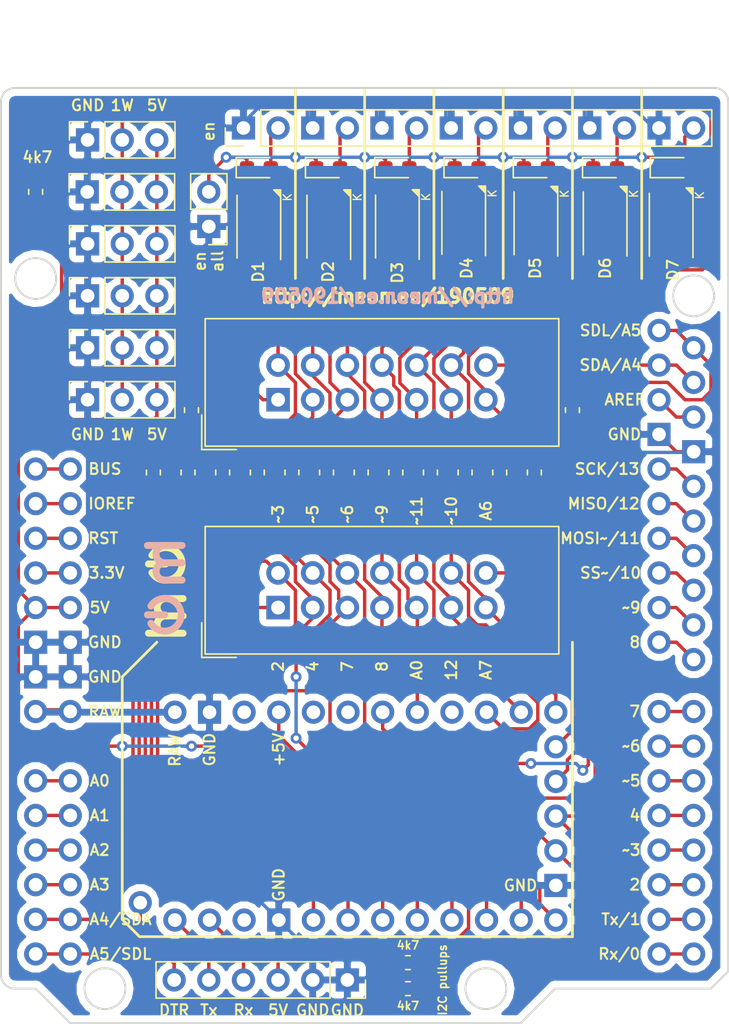
<source format=kicad_pcb>
(kicad_pcb (version 20171130) (host pcbnew 5.0.2+dfsg1-1~bpo9+1)
  (layers (0 F.Cu signal) (31 B.Cu signal) (34 B.Paste user) (35 F.Paste user) (36 B.SilkS user) (37 F.SilkS user) (38 B.Mask user) (39 F.Mask user) (44 Edge.Cuts user))
  (net 0 "")
  (net 1 GND)
  (net 2 1wire)
  (net 3 +5V)
  (net 4 SCL)
  (net 5 SDA)
  (net 6 "Net-(U2-Pad20)")
  (net 7 "Net-(U2-Pad17)")
  (net 8 "Net-(U2-Pad16)")
  (net 9 "Net-(U2-Pad15)")
  (net 10 "Net-(U2-Pad14)")
  (net 11 "Net-(U2-Pad13)")
  (net 12 "Net-(U2-Pad12)")
  (net 13 "Net-(U2-Pad11)")
  (net 14 "Net-(U2-Pad10)")
  (net 15 "Net-(U2-Pad9)")
  (net 16 "Net-(U2-Pad2)")
  (net 17 "Net-(U2-Pad1)")
  (net 18 "Net-(U2-Pad32)")
  (net 19 "Net-(U2-Pad31)")
  (net 20 "Net-(U2-Pad30)")
  (net 21 "Net-(U2-Pad29)")
  (net 22 "Net-(U2-Pad94)")
  (net 23 "Net-(U2-Pad23)")
  (net 24 "Net-(U2-Pad24)")
  (net 25 "Net-(U2-Pad25)")
  (net 26 "Net-(U2-Pad26)")
  (net 27 RAW)
  (net 28 "Net-(U2-Pad96)")
  (net 29 en_all_led)
  (net 30 "Net-(U2-Pad90)")
  (net 31 10_~SS~~)
  (net 32 12_MISO)
  (net 33 11_MISO~~)
  (net 34 A0)
  (net 35 D9~~)
  (net 36 D8)
  (net 37 D6~~)
  (net 38 D7)
  (net 39 D5~~)
  (net 40 D4)
  (net 41 D3~~)
  (net 42 D2)
  (net 43 D1_Blue)
  (net 44 D1_Red)
  (net 45 D2_Blue)
  (net 46 D2_Red)
  (net 47 D3_Blue)
  (net 48 D3_Red)
  (net 49 D4_Blue)
  (net 50 D4_Red)
  (net 51 D5_Blue)
  (net 52 D5_Red)
  (net 53 D6_Blue)
  (net 54 D6_Red)
  (net 55 EN_D1)
  (net 56 EN_D2)
  (net 57 EN_D3)
  (net 58 EN_D4)
  (net 59 EN_D5)
  (net 60 EN_D6)
  (net 61 DTR)
  (net 62 Tx)
  (net 63 Rx)
  (net 64 A6)
  (net 65 A7)
  (net 66 EN_D7)
  (net 67 D7_Blue)
  (net 68 D7_Red)
  (net 69 "Net-(U1-Pad17)")
  (net 70 "Net-(U1-Pad25)")
  (net 71 "Net-(U1-Pad26)")
  (net 72 "Net-(U1-Pad29)")
  (net 73 "Net-(U1-Pad92)")
  (module LED_SMD:LED_WL_SBTW_PLCC4_2.4x2.4mm_P1.7mm (layer F.Cu) (at 110.349 42.94 270)
    (fp_text reference D6 (at 3.302 0 270) (layer F.SilkS) (effects (font (size 0.8 0.8))))
    (fp_text value LED_Dual_AACC hide)
    (fp_text user K (at -2.159 -2.1 270) (layer F.SilkS) (effects (font (size 0.6 0.6) (thickness 0.1))))
    (pad 4 smd rect (at -1.55 0.85 270) (size 1.5 0.9) (layers F.Cu F.Paste F.Mask) (net 60 EN_D6))
    (pad 2 smd rect (at 1.55 0.85 270) (size 1.5 0.9) (layers F.Cu F.Paste F.Mask) (net 53 D6_Blue))
    (pad 1 smd rect (at 1.55 -0.85 270) (size 1.5 0.9) (layers F.Cu F.Paste F.Mask) (net 54 D6_Red))
    (pad 3 smd rect (at -1.55 -0.85 270) (size 1.5 0.9) (layers F.Cu F.Paste F.Mask) (net 60 EN_D6))
  )
  (module LED_SMD:LED_WL_SBTW_PLCC4_2.4x2.4mm_P1.7mm (layer F.Cu) (at 105.269 42.94 270)
    (fp_text reference D5 (at 3.302 0.050801 270) (layer F.SilkS) (effects (font (size 0.8 0.8))))
    (fp_text value LED_Dual_AACC hide)
    (fp_text user K (at -2.159 -2.1 270) (layer F.SilkS) (effects (font (size 0.6 0.6) (thickness 0.1))))
    (pad 4 smd rect (at -1.55 0.85 270) (size 1.5 0.9) (layers F.Cu F.Paste F.Mask) (net 59 EN_D5))
    (pad 2 smd rect (at 1.55 0.85 270) (size 1.5 0.9) (layers F.Cu F.Paste F.Mask) (net 51 D5_Blue))
    (pad 1 smd rect (at 1.55 -0.85 270) (size 1.5 0.9) (layers F.Cu F.Paste F.Mask) (net 52 D5_Red))
    (pad 3 smd rect (at -1.55 -0.85 270) (size 1.5 0.9) (layers F.Cu F.Paste F.Mask) (net 59 EN_D5))
  )
  (module LED_SMD:LED_WL_SBTW_PLCC4_2.4x2.4mm_P1.7mm (layer F.Cu) (at 99.974 42.914 270)
    (fp_text reference D4 (at 3.328 -0.215 270) (layer F.SilkS) (effects (font (size 0.8 0.8))))
    (fp_text value LED_Dual_AACC hide)
    (fp_text user K (at -2.159 -2.1 270) (layer F.SilkS) (effects (font (size 0.6 0.6) (thickness 0.1))))
    (pad 4 smd rect (at -1.55 0.85 270) (size 1.5 0.9) (layers F.Cu F.Paste F.Mask) (net 58 EN_D4))
    (pad 2 smd rect (at 1.55 0.85 270) (size 1.5 0.9) (layers F.Cu F.Paste F.Mask) (net 49 D4_Blue))
    (pad 1 smd rect (at 1.55 -0.85 270) (size 1.5 0.9) (layers F.Cu F.Paste F.Mask) (net 50 D4_Red))
    (pad 3 smd rect (at -1.55 -0.85 270) (size 1.5 0.9) (layers F.Cu F.Paste F.Mask) (net 58 EN_D4))
  )
  (module LED_SMD:LED_WL_SBTW_PLCC4_2.4x2.4mm_P1.7mm (layer F.Cu) (at 95.109 43.18 270)
    (fp_text reference D3 (at 3.392199 0 270) (layer F.SilkS) (effects (font (size 0.8 0.8))))
    (fp_text value LED_Dual_AACC hide)
    (fp_text user K (at -2.159 -2.1 270) (layer F.SilkS) (effects (font (size 0.6 0.6) (thickness 0.1))))
    (pad 4 smd rect (at -1.55 0.85 270) (size 1.5 0.9) (layers F.Cu F.Paste F.Mask) (net 57 EN_D3))
    (pad 2 smd rect (at 1.55 0.85 270) (size 1.5 0.9) (layers F.Cu F.Paste F.Mask) (net 47 D3_Blue))
    (pad 1 smd rect (at 1.55 -0.85 270) (size 1.5 0.9) (layers F.Cu F.Paste F.Mask) (net 48 D3_Red))
    (pad 3 smd rect (at -1.55 -0.85 270) (size 1.5 0.9) (layers F.Cu F.Paste F.Mask) (net 57 EN_D3))
  )
  (module LED_SMD:LED_WL_SBTW_PLCC4_2.4x2.4mm_P1.7mm (layer F.Cu) (at 90.079801 43.194 270)
    (fp_text reference D2 (at 3.302 0.050801 270) (layer F.SilkS) (effects (font (size 0.8 0.8))))
    (fp_text value LED_Dual_AACC hide)
    (fp_text user K (at -2.159 -2.1 270) (layer F.SilkS) (effects (font (size 0.6 0.6) (thickness 0.1))))
    (pad 4 smd rect (at -1.55 0.85 270) (size 1.5 0.9) (layers F.Cu F.Paste F.Mask) (net 56 EN_D2))
    (pad 2 smd rect (at 1.55 0.85 270) (size 1.5 0.9) (layers F.Cu F.Paste F.Mask) (net 45 D2_Blue))
    (pad 1 smd rect (at 1.55 -0.85 270) (size 1.5 0.9) (layers F.Cu F.Paste F.Mask) (net 46 D2_Red))
    (pad 3 smd rect (at -1.55 -0.85 270) (size 1.5 0.9) (layers F.Cu F.Paste F.Mask) (net 56 EN_D2))
  )
  (module LED_SMD:LED_WL_SBTW_PLCC4_2.4x2.4mm_P1.7mm (layer F.Cu) (at 84.949 43.194 270)
    (fp_text reference D1 (at 3.302 0.050801 270) (layer F.SilkS) (effects (font (size 0.8 0.8))))
    (fp_text value LED_Dual_AACC hide)
    (fp_text user K (at -2.159 -2.1 270) (layer F.SilkS) (effects (font (size 0.6 0.6) (thickness 0.1))))
    (pad 4 smd rect (at -1.55 0.85 270) (size 1.5 0.9) (layers F.Cu F.Paste F.Mask) (net 55 EN_D1))
    (pad 2 smd rect (at 1.55 0.85 270) (size 1.5 0.9) (layers F.Cu F.Paste F.Mask) (net 43 D1_Blue))
    (pad 1 smd rect (at 1.55 -0.85 270) (size 1.5 0.9) (layers F.Cu F.Paste F.Mask) (net 44 D1_Red))
    (pad 3 smd rect (at -1.55 -0.85 270) (size 1.5 0.9) (layers F.Cu F.Paste F.Mask) (net 55 EN_D1))
  )
  (module Arduino_Shields:Arduino_Uno_Black_2rows (layer F.Cu) (at 93.98 66.04)
    (fp_text reference U2 hide)
    (fp_text value Arduino_Uno_Black hide)
    (fp_text user BUS (at -20.32 -5.08) (layer F.SilkS) (effects (font (size 0.8 0.8))))
    (fp_text user SDA/A4 (at 16.764 -12.7) (layer F.SilkS) (effects (font (size 0.8 0.8))))
    (fp_text user SDL/A5 (at 16.764 -15.24) (layer F.SilkS) (effects (font (size 0.8 0.8))))
    (fp_text user Rx/0 (at 17.399 30.48) (layer F.SilkS) (effects (font (size 0.8 0.8))))
    (fp_text user Tx/1 (at 17.526 27.94) (layer F.SilkS) (effects (font (size 0.8 0.8))))
    (fp_text user 2 (at 18.542 25.4) (layer F.SilkS) (effects (font (size 0.8 0.8))))
    (fp_text user ~~3 (at 18.288 22.86) (layer F.SilkS) (effects (font (size 0.8 0.8))))
    (fp_text user 4 (at 18.542 20.32) (layer F.SilkS) (effects (font (size 0.8 0.8))))
    (fp_text user ~~5 (at 18.288 17.78) (layer F.SilkS) (effects (font (size 0.8 0.8))))
    (fp_text user ~~6 (at 18.288 15.24) (layer F.SilkS) (effects (font (size 0.8 0.8))))
    (fp_text user 7 (at 18.542 12.7) (layer F.SilkS) (effects (font (size 0.8 0.8))))
    (fp_text user 8 (at 18.542 7.62) (layer F.SilkS) (effects (font (size 0.8 0.8))))
    (fp_text user ~~9 (at 18.288 5.08) (layer F.SilkS) (effects (font (size 0.8 0.8))))
    (fp_text user SS~~/10 (at 16.764 2.54) (layer F.SilkS) (effects (font (size 0.8 0.8))))
    (fp_text user MOSI~~/11 (at 16.002 0) (layer F.SilkS) (effects (font (size 0.8 0.8))))
    (fp_text user MISO/12 (at 16.256 -2.54) (layer F.SilkS) (effects (font (size 0.8 0.8))))
    (fp_text user SCK/13 (at 16.51 -5.08) (layer F.SilkS) (effects (font (size 0.8 0.8))))
    (fp_text user GND (at 17.78 -7.62) (layer F.SilkS) (effects (font (size 0.8 0.8))))
    (fp_text user AREF (at 17.78 -10.16) (layer F.SilkS) (effects (font (size 0.8 0.8))))
    (fp_text user A5/SDL (at -19.177 30.48) (layer F.SilkS) (effects (font (size 0.8 0.8))))
    (fp_text user A4/SDA (at -19.177 27.94) (layer F.SilkS) (effects (font (size 0.8 0.8))))
    (fp_text user A3 (at -20.701 25.4) (layer F.SilkS) (effects (font (size 0.8 0.8))))
    (fp_text user A2 (at -20.701 22.86) (layer F.SilkS) (effects (font (size 0.8 0.8))))
    (fp_text user A1 (at -20.701 20.32) (layer F.SilkS) (effects (font (size 0.8 0.8))))
    (fp_text user A0 (at -20.701 17.78) (layer F.SilkS) (effects (font (size 0.8 0.8))))
    (fp_text user RAW (at -20.32 12.7) (layer F.SilkS) (effects (font (size 0.8 0.8))))
    (fp_text user GND (at -20.32 10.16) (layer F.SilkS) (effects (font (size 0.8 0.8))))
    (fp_text user GND (at -20.32 7.62) (layer F.SilkS) (effects (font (size 0.8 0.8))))
    (fp_text user 5V (at -20.701 5.08) (layer F.SilkS) (effects (font (size 0.8 0.8))))
    (fp_text user 3.3V (at -20.193 2.54) (layer F.SilkS) (effects (font (size 0.8 0.8))))
    (fp_text user RST (at -20.447 0) (layer F.SilkS) (effects (font (size 0.8 0.8))))
    (fp_text user IOREF (at -19.812 -2.54) (layer F.SilkS) (effects (font (size 0.8 0.8))))
    (pad 90 thru_hole circle (at -25.4 -5.08 270) (size 1.7 1.7) (drill 1) (layers *.Cu *.Mask) (net 30 "Net-(U2-Pad90)"))
    (pad 28 thru_hole circle (at 22.86 -13.97 270) (size 1.7 1.7) (drill 1) (layers *.Cu *.Mask) (net 4 SCL))
    (pad 27 thru_hole circle (at 22.86 -11.43 270) (size 1.7 1.7) (drill 1) (layers *.Cu *.Mask) (net 5 SDA))
    (pad 28 thru_hole circle (at -25.4 30.48 270) (size 1.7 1.7) (drill 1) (layers *.Cu *.Mask) (net 4 SCL))
    (pad 27 thru_hole circle (at -25.4 27.94 270) (size 1.7 1.7) (drill 1) (layers *.Cu *.Mask) (net 5 SDA))
    (pad 26 thru_hole circle (at -25.4 25.4 270) (size 1.7 1.7) (drill 1) (layers *.Cu *.Mask) (net 26 "Net-(U2-Pad26)"))
    (pad 25 thru_hole circle (at -25.4 22.86 270) (size 1.7 1.7) (drill 1) (layers *.Cu *.Mask) (net 25 "Net-(U2-Pad25)"))
    (pad 24 thru_hole circle (at -25.4 20.32 270) (size 1.7 1.7) (drill 1) (layers *.Cu *.Mask) (net 24 "Net-(U2-Pad24)"))
    (pad 23 thru_hole circle (at -25.4 17.78 270) (size 1.7 1.7) (drill 1) (layers *.Cu *.Mask) (net 23 "Net-(U2-Pad23)"))
    (pad 99 thru_hole circle (at -25.4 12.7 270) (size 1.7 1.7) (drill 1) (layers *.Cu *.Mask) (net 27 RAW))
    (pad 5 thru_hole rect (at -25.4 10.16 270) (size 1.7 1.7) (drill 1) (layers *.Cu *.Mask) (net 1 GND))
    (pad 3 thru_hole rect (at -25.4 7.62 270) (size 1.7 1.7) (drill 1) (layers *.Cu *.Mask) (net 1 GND))
    (pad 6 thru_hole circle (at -25.4 5.08 270) (size 1.7 1.7) (drill 1) (layers *.Cu *.Mask) (net 3 +5V))
    (pad 94 thru_hole circle (at -25.4 2.54 270) (size 1.7 1.7) (drill 1) (layers *.Cu *.Mask) (net 22 "Net-(U2-Pad94)"))
    (pad 29 thru_hole circle (at -25.4 0 270) (size 1.7 1.7) (drill 1) (layers *.Cu *.Mask) (net 21 "Net-(U2-Pad29)"))
    (pad 96 thru_hole circle (at -25.4 -2.54 270) (size 1.7 1.7) (drill 1) (layers *.Cu *.Mask) (net 28 "Net-(U2-Pad96)"))
    (pad 30 thru_hole circle (at 22.86 30.48 270) (size 1.7 1.7) (drill 1) (layers *.Cu *.Mask) (net 20 "Net-(U2-Pad30)"))
    (pad 31 thru_hole circle (at 22.86 27.94 270) (size 1.7 1.7) (drill 1) (layers *.Cu *.Mask) (net 19 "Net-(U2-Pad31)"))
    (pad 32 thru_hole circle (at 22.86 25.4 270) (size 1.7 1.7) (drill 1) (layers *.Cu *.Mask) (net 18 "Net-(U2-Pad32)"))
    (pad 1 thru_hole circle (at 22.86 22.86 270) (size 1.7 1.7) (drill 1) (layers *.Cu *.Mask) (net 17 "Net-(U2-Pad1)"))
    (pad 2 thru_hole circle (at 22.86 20.32 270) (size 1.7 1.7) (drill 1) (layers *.Cu *.Mask) (net 16 "Net-(U2-Pad2)"))
    (pad 9 thru_hole circle (at 22.86 17.78 270) (size 1.7 1.7) (drill 1) (layers *.Cu *.Mask) (net 15 "Net-(U2-Pad9)"))
    (pad 10 thru_hole circle (at 22.86 15.24 270) (size 1.7 1.7) (drill 1) (layers *.Cu *.Mask) (net 14 "Net-(U2-Pad10)"))
    (pad 11 thru_hole circle (at 22.86 12.7 270) (size 1.7 1.7) (drill 1) (layers *.Cu *.Mask) (net 13 "Net-(U2-Pad11)"))
    (pad 12 thru_hole circle (at 22.86 8.89 270) (size 1.7 1.7) (drill 1) (layers *.Cu *.Mask) (net 12 "Net-(U2-Pad12)"))
    (pad 13 thru_hole circle (at 22.86 6.35 270) (size 1.7 1.7) (drill 1) (layers *.Cu *.Mask) (net 11 "Net-(U2-Pad13)"))
    (pad 14 thru_hole circle (at 22.86 3.81 270) (size 1.7 1.7) (drill 1) (layers *.Cu *.Mask) (net 10 "Net-(U2-Pad14)"))
    (pad 15 thru_hole circle (at 22.86 1.27 270) (size 1.7 1.7) (drill 1) (layers *.Cu *.Mask) (net 9 "Net-(U2-Pad15)"))
    (pad 16 thru_hole circle (at 22.86 -1.27 270) (size 1.7 1.7) (drill 1) (layers *.Cu *.Mask) (net 8 "Net-(U2-Pad16)"))
    (pad 17 thru_hole circle (at 22.86 -3.81 270) (size 1.7 1.7) (drill 1) (layers *.Cu *.Mask) (net 7 "Net-(U2-Pad17)"))
    (pad 21 thru_hole rect (at 22.86 -6.35 270) (size 1.7 1.7) (drill 1) (layers *.Cu *.Mask) (net 1 GND))
    (pad 20 thru_hole circle (at 22.86 -8.89 270) (size 1.7 1.7) (drill 1) (layers *.Cu *.Mask) (net 6 "Net-(U2-Pad20)"))
    (pad 96 thru_hole circle (at -22.86 -2.54 270) (size 1.7 1.7) (drill 1) (layers *.Cu *.Mask) (net 28 "Net-(U2-Pad96)"))
    (pad 24 thru_hole circle (at -22.86 20.32 270) (size 1.7 1.7) (drill 1) (layers *.Cu *.Mask) (net 24 "Net-(U2-Pad24)"))
    (pad 25 thru_hole circle (at -22.86 22.86 270) (size 1.7 1.7) (drill 1) (layers *.Cu *.Mask) (net 25 "Net-(U2-Pad25)"))
    (pad 6 thru_hole circle (at -22.86 5.08 270) (size 1.7 1.7) (drill 1) (layers *.Cu *.Mask) (net 3 +5V))
    (pad 28 thru_hole circle (at -22.86 30.48 270) (size 1.7 1.7) (drill 1) (layers *.Cu *.Mask) (net 4 SCL))
    (pad 29 thru_hole circle (at -22.86 0 270) (size 1.7 1.7) (drill 1) (layers *.Cu *.Mask) (net 21 "Net-(U2-Pad29)"))
    (pad 26 thru_hole circle (at -22.86 25.4 270) (size 1.7 1.7) (drill 1) (layers *.Cu *.Mask) (net 26 "Net-(U2-Pad26)"))
    (pad 90 thru_hole circle (at -22.86 -5.08 270) (size 1.7 1.7) (drill 1) (layers *.Cu *.Mask) (net 30 "Net-(U2-Pad90)"))
    (pad 99 thru_hole circle (at -22.86 12.7 270) (size 1.7 1.7) (drill 1) (layers *.Cu *.Mask) (net 27 RAW))
    (pad 27 thru_hole circle (at -22.86 27.94 270) (size 1.7 1.7) (drill 1) (layers *.Cu *.Mask) (net 5 SDA))
    (pad 94 thru_hole circle (at -22.86 2.54 270) (size 1.7 1.7) (drill 1) (layers *.Cu *.Mask) (net 22 "Net-(U2-Pad94)"))
    (pad 5 thru_hole rect (at -22.86 10.16 270) (size 1.7 1.7) (drill 1) (layers *.Cu *.Mask) (net 1 GND))
    (pad 3 thru_hole rect (at -22.86 7.62 270) (size 1.7 1.7) (drill 1) (layers *.Cu *.Mask) (net 1 GND))
    (pad 23 thru_hole circle (at -22.86 17.78 270) (size 1.7 1.7) (drill 1) (layers *.Cu *.Mask) (net 23 "Net-(U2-Pad23)"))
    (pad 16 thru_hole circle (at 20.32 -2.54 270) (size 1.7 1.7) (drill 1) (layers *.Cu *.Mask) (net 8 "Net-(U2-Pad16)"))
    (pad 30 thru_hole circle (at 20.32 30.48 270) (size 1.7 1.7) (drill 1) (layers *.Cu *.Mask) (net 20 "Net-(U2-Pad30)"))
    (pad 11 thru_hole circle (at 20.32 12.7 270) (size 1.7 1.7) (drill 1) (layers *.Cu *.Mask) (net 13 "Net-(U2-Pad11)"))
    (pad 13 thru_hole circle (at 20.32 5.08 270) (size 1.7 1.7) (drill 1) (layers *.Cu *.Mask) (net 11 "Net-(U2-Pad13)"))
    (pad 12 thru_hole circle (at 20.32 7.62 270) (size 1.7 1.7) (drill 1) (layers *.Cu *.Mask) (net 12 "Net-(U2-Pad12)"))
    (pad 21 thru_hole rect (at 20.32 -7.62 270) (size 1.7 1.7) (drill 1) (layers *.Cu *.Mask) (net 1 GND))
    (pad 27 thru_hole circle (at 20.32 -12.7 270) (size 1.7 1.7) (drill 1) (layers *.Cu *.Mask) (net 5 SDA))
    (pad 17 thru_hole circle (at 20.32 -5.08 270) (size 1.7 1.7) (drill 1) (layers *.Cu *.Mask) (net 7 "Net-(U2-Pad17)"))
    (pad 2 thru_hole circle (at 20.32 20.32 270) (size 1.7 1.7) (drill 1) (layers *.Cu *.Mask) (net 16 "Net-(U2-Pad2)"))
    (pad 15 thru_hole circle (at 20.32 0 270) (size 1.7 1.7) (drill 1) (layers *.Cu *.Mask) (net 9 "Net-(U2-Pad15)"))
    (pad 1 thru_hole circle (at 20.32 22.86 270) (size 1.7 1.7) (drill 1) (layers *.Cu *.Mask) (net 17 "Net-(U2-Pad1)"))
    (pad 20 thru_hole circle (at 20.32 -10.16 270) (size 1.7 1.7) (drill 1) (layers *.Cu *.Mask) (net 6 "Net-(U2-Pad20)"))
    (pad 28 thru_hole circle (at 20.32 -15.24 270) (size 1.7 1.7) (drill 1) (layers *.Cu *.Mask) (net 4 SCL))
    (pad 9 thru_hole circle (at 20.32 17.78 270) (size 1.7 1.7) (drill 1) (layers *.Cu *.Mask) (net 15 "Net-(U2-Pad9)"))
    (pad 14 thru_hole circle (at 20.32 2.54 270) (size 1.7 1.7) (drill 1) (layers *.Cu *.Mask) (net 10 "Net-(U2-Pad14)"))
    (pad 31 thru_hole circle (at 20.32 27.94 270) (size 1.7 1.7) (drill 1) (layers *.Cu *.Mask) (net 19 "Net-(U2-Pad31)"))
    (pad 10 thru_hole circle (at 20.32 15.24 270) (size 1.7 1.7) (drill 1) (layers *.Cu *.Mask) (net 14 "Net-(U2-Pad10)"))
    (pad 32 thru_hole circle (at 20.32 25.4 270) (size 1.7 1.7) (drill 1) (layers *.Cu *.Mask) (net 18 "Net-(U2-Pad32)"))
  )
  (module Resistor_SMD:R_0603_1608Metric_Pad1.05x0.95mm_HandSolder (layer F.Cu) (at 77.216 61.214 270)
    (fp_text reference R11 hide)
    (fp_text value 1k hide)
    (pad 1 smd roundrect (at -0.875 0 270) (size 1.05 0.95) (layers F.Cu F.Paste F.Mask) (net 44 D1_Red))
    (pad 2 smd roundrect (at 0.875 0 270) (size 1.05 0.95) (layers F.Cu F.Paste F.Mask) (net 41 D3~~))
  )
  (module Resistor_SMD:R_0603_1608Metric_Pad1.05x0.95mm_HandSolder (layer F.Cu) (at 80.01 56.642 270)
    (fp_text reference R12 hide)
    (fp_text value 1k hide)
    (pad 1 smd roundrect (at -0.875 0 270) (size 1.05 0.95) (layers F.Cu F.Paste F.Mask) (net 43 D1_Blue))
    (pad 2 smd roundrect (at 0.875 0 270) (size 1.05 0.95) (layers F.Cu F.Paste F.Mask) (net 42 D2))
  )
  (module Resistor_SMD:R_0603_1608Metric_Pad1.05x0.95mm_HandSolder (layer F.Cu) (at 82.296 61.214 270)
    (fp_text reference R21 hide)
    (fp_text value 1k hide)
    (pad 1 smd roundrect (at -0.875 0 270) (size 1.05 0.95) (layers F.Cu F.Paste F.Mask) (net 46 D2_Red))
    (pad 2 smd roundrect (at 0.875 0 270) (size 1.05 0.95) (layers F.Cu F.Paste F.Mask) (net 39 D5~~))
  )
  (module Resistor_SMD:R_0603_1608Metric_Pad1.05x0.95mm_HandSolder (layer F.Cu) (at 79.756 61.214 270)
    (fp_text reference R22 hide)
    (fp_text value 1k hide)
    (pad 1 smd roundrect (at -0.875 0 270) (size 1.05 0.95) (layers F.Cu F.Paste F.Mask) (net 45 D2_Blue))
    (pad 2 smd roundrect (at 0.875 0 270) (size 1.05 0.95) (layers F.Cu F.Paste F.Mask) (net 40 D4))
  )
  (module Resistor_SMD:R_0603_1608Metric_Pad1.05x0.95mm_HandSolder (layer F.Cu) (at 87.376 61.214 270)
    (fp_text reference R31 hide)
    (fp_text value 1k hide)
    (pad 1 smd roundrect (at -0.875 0 270) (size 1.05 0.95) (layers F.Cu F.Paste F.Mask) (net 48 D3_Red))
    (pad 2 smd roundrect (at 0.875 0 270) (size 1.05 0.95) (layers F.Cu F.Paste F.Mask) (net 37 D6~~))
  )
  (module Resistor_SMD:R_0603_1608Metric_Pad1.05x0.95mm_HandSolder (layer F.Cu) (at 84.836 61.214 270)
    (fp_text reference R32 hide)
    (fp_text value 1k hide)
    (pad 1 smd roundrect (at -0.875 0 270) (size 1.05 0.95) (layers F.Cu F.Paste F.Mask) (net 47 D3_Blue))
    (pad 2 smd roundrect (at 0.875 0 270) (size 1.05 0.95) (layers F.Cu F.Paste F.Mask) (net 38 D7))
  )
  (module Resistor_SMD:R_0603_1608Metric_Pad1.05x0.95mm_HandSolder (layer F.Cu) (at 92.456 61.214 270)
    (fp_text reference R41 hide)
    (fp_text value 1k hide)
    (pad 1 smd roundrect (at -0.875 0 270) (size 1.05 0.95) (layers F.Cu F.Paste F.Mask) (net 50 D4_Red))
    (pad 2 smd roundrect (at 0.875 0 270) (size 1.05 0.95) (layers F.Cu F.Paste F.Mask) (net 35 D9~~))
  )
  (module Resistor_SMD:R_0603_1608Metric_Pad1.05x0.95mm_HandSolder (layer F.Cu) (at 89.916 61.214 270)
    (fp_text reference R42 hide)
    (fp_text value 1k hide)
    (pad 1 smd roundrect (at -0.875 0 270) (size 1.05 0.95) (layers F.Cu F.Paste F.Mask) (net 49 D4_Blue))
    (pad 2 smd roundrect (at 0.875 0 270) (size 1.05 0.95) (layers F.Cu F.Paste F.Mask) (net 36 D8))
  )
  (module Resistor_SMD:R_0603_1608Metric_Pad1.05x0.95mm_HandSolder (layer F.Cu) (at 97.536 61.214 270)
    (fp_text reference R51 hide)
    (fp_text value 1k hide)
    (pad 1 smd roundrect (at -0.875 0 270) (size 1.05 0.95) (layers F.Cu F.Paste F.Mask) (net 52 D5_Red))
    (pad 2 smd roundrect (at 0.875 0 270) (size 1.05 0.95) (layers F.Cu F.Paste F.Mask) (net 33 11_MISO~~))
  )
  (module Resistor_SMD:R_0603_1608Metric_Pad1.05x0.95mm_HandSolder (layer F.Cu) (at 94.996 61.214 270)
    (fp_text reference R52 hide)
    (fp_text value 1k hide)
    (pad 1 smd roundrect (at -0.875 0 270) (size 1.05 0.95) (layers F.Cu F.Paste F.Mask) (net 51 D5_Blue))
    (pad 2 smd roundrect (at 0.875 0 270) (size 1.05 0.95) (layers F.Cu F.Paste F.Mask) (net 34 A0))
  )
  (module Resistor_SMD:R_0603_1608Metric_Pad1.05x0.95mm_HandSolder (layer F.Cu) (at 102.616 61.214 270)
    (fp_text reference R61 hide)
    (fp_text value 1k hide)
    (pad 1 smd roundrect (at -0.875 0 270) (size 1.05 0.95) (layers F.Cu F.Paste F.Mask) (net 54 D6_Red))
    (pad 2 smd roundrect (at 0.875 0 270) (size 1.05 0.95) (layers F.Cu F.Paste F.Mask) (net 31 10_~SS~~))
  )
  (module Resistor_SMD:R_0603_1608Metric_Pad1.05x0.95mm_HandSolder (layer F.Cu) (at 100.076 61.214 270)
    (fp_text reference R62 hide)
    (fp_text value 1k hide)
    (pad 1 smd roundrect (at -0.875 0 270) (size 1.05 0.95) (layers F.Cu F.Paste F.Mask) (net 53 D6_Blue))
    (pad 2 smd roundrect (at 0.875 0 270) (size 1.05 0.95) (layers F.Cu F.Paste F.Mask) (net 32 12_MISO))
  )
  (module Resistor_SMD:R_0603_1608Metric_Pad1.05x0.95mm_HandSolder (layer F.Cu) (at 68.58 40.64 270)
    (fp_text reference R101 hide)
    (fp_text value 4k7 (at -2.54 -0.127) (layer F.SilkS) (effects (font (size 0.8 0.8))))
    (pad 2 smd roundrect (at 0.875 0 270) (size 1.05 0.95) (layers F.Cu F.Paste F.Mask) (net 3 +5V))
    (pad 1 smd roundrect (at -0.875 0 270) (size 1.05 0.95) (layers F.Cu F.Paste F.Mask) (net 2 1wire))
  )
  (module Diode_SMD:D_0603_1608Metric_Pad1.05x0.95mm_HandSolder (layer F.Cu) (at 84.949 38.862)
    (fp_text reference D19 hide)
    (fp_text value D)
    (pad 2 smd roundrect (at 0.875 0) (size 1.05 0.95) (layers F.Cu F.Paste F.Mask) (net 55 EN_D1))
    (pad 1 smd roundrect (at -0.875 0) (size 1.05 0.95) (layers F.Cu F.Paste F.Mask) (net 29 en_all_led))
  )
  (module Diode_SMD:D_0603_1608Metric_Pad1.05x0.95mm_HandSolder (layer F.Cu) (at 90.029 38.862)
    (fp_text reference D29 hide)
    (fp_text value D)
    (pad 1 smd roundrect (at -0.875 0) (size 1.05 0.95) (layers F.Cu F.Paste F.Mask) (net 29 en_all_led))
    (pad 2 smd roundrect (at 0.875 0) (size 1.05 0.95) (layers F.Cu F.Paste F.Mask) (net 56 EN_D2))
  )
  (module Diode_SMD:D_0603_1608Metric_Pad1.05x0.95mm_HandSolder (layer F.Cu) (at 95.109 38.862)
    (fp_text reference D39 hide)
    (fp_text value D)
    (pad 1 smd roundrect (at -0.875 0) (size 1.05 0.95) (layers F.Cu F.Paste F.Mask) (net 29 en_all_led))
    (pad 2 smd roundrect (at 0.875 0) (size 1.05 0.95) (layers F.Cu F.Paste F.Mask) (net 57 EN_D3))
  )
  (module Diode_SMD:D_0603_1608Metric_Pad1.05x0.95mm_HandSolder (layer F.Cu) (at 100.189 38.862)
    (fp_text reference D49 hide)
    (fp_text value D)
    (pad 2 smd roundrect (at 0.875 0) (size 1.05 0.95) (layers F.Cu F.Paste F.Mask) (net 58 EN_D4))
    (pad 1 smd roundrect (at -0.875 0) (size 1.05 0.95) (layers F.Cu F.Paste F.Mask) (net 29 en_all_led))
  )
  (module Diode_SMD:D_0603_1608Metric_Pad1.05x0.95mm_HandSolder (layer F.Cu) (at 105.269 38.862)
    (fp_text reference D59 hide)
    (fp_text value D)
    (pad 1 smd roundrect (at -0.875 0) (size 1.05 0.95) (layers F.Cu F.Paste F.Mask) (net 29 en_all_led))
    (pad 2 smd roundrect (at 0.875 0) (size 1.05 0.95) (layers F.Cu F.Paste F.Mask) (net 59 EN_D5))
  )
  (module Diode_SMD:D_0603_1608Metric_Pad1.05x0.95mm_HandSolder (layer F.Cu) (at 110.349 38.862)
    (fp_text reference D69 hide)
    (fp_text value D)
    (pad 2 smd roundrect (at 0.875 0) (size 1.05 0.95) (layers F.Cu F.Paste F.Mask) (net 60 EN_D6))
    (pad 1 smd roundrect (at -0.875 0) (size 1.05 0.95) (layers F.Cu F.Paste F.Mask) (net 29 en_all_led))
  )
  (module Arduino_Shields:Shield_Arduino_Pro_Mini_12+12+5+1_pins (layer F.Cu) (at 94.030801 86.410801 270)
    (fp_text reference U1 hide)
    (fp_text value Arduino_Pro_Mini_12_12_5_1 hide)
    (fp_text user RAW (at -4.826 15.24 270) (layer F.SilkS) (effects (font (size 0.8 0.8))))
    (fp_text user +5V (at -4.876801 7.62 270) (layer F.SilkS) (effects (font (size 0.8 0.8))))
    (fp_text user GND (at 5.029199 7.62 270) (layer F.SilkS) (effects (font (size 0.8 0.8))))
    (fp_text user GND (at -4.876801 12.7 270) (layer F.SilkS) (effects (font (size 0.8 0.8))))
    (fp_text user GND (at 5.08 -10.109199) (layer F.SilkS) (effects (font (size 0.8 0.8))))
    (pad 2 thru_hole circle (at 7.62 0 270) (size 1.7 1.7) (drill 1) (layers *.Cu *.Mask) (net 40 D4))
    (pad 9 thru_hole circle (at 7.62 -2.54 270) (size 1.7 1.7) (drill 1) (layers *.Cu *.Mask) (net 39 D5~~))
    (pad 10 thru_hole circle (at 7.62 -5.08 270) (size 1.7 1.7) (drill 1) (layers *.Cu *.Mask) (net 37 D6~~))
    (pad 11 thru_hole circle (at 7.62 -7.62 270) (size 1.7 1.7) (drill 1) (layers *.Cu *.Mask) (net 38 D7))
    (pad 12 thru_hole circle (at 7.62 -10.16 270) (size 1.7 1.7) (drill 1) (layers *.Cu *.Mask) (net 36 D8))
    (pad 13 thru_hole circle (at 7.62 -12.7 270) (size 1.7 1.7) (drill 1) (layers *.Cu *.Mask) (net 35 D9~~))
    (pad 21 thru_hole rect (at 5.08 -12.7 270) (size 1.7 1.7) (drill 1) (layers *.Cu *.Mask) (net 1 GND))
    (pad 27 thru_hole circle (at 2.54 -12.7 270) (size 1.7 1.7) (drill 1) (layers *.Cu *.Mask) (net 5 SDA))
    (pad 28 thru_hole circle (at 0 -12.7 270) (size 1.7 1.7) (drill 1) (layers *.Cu *.Mask) (net 4 SCL))
    (pad 19 thru_hole circle (at -2.54 -12.7 270) (size 1.7 1.7) (drill 1) (layers *.Cu *.Mask) (net 64 A6))
    (pad 14 thru_hole circle (at -7.62 -12.7 270) (size 1.7 1.7) (drill 1) (layers *.Cu *.Mask) (net 31 10_~SS~~))
    (pad 15 thru_hole circle (at -7.62 -10.16 270) (size 1.7 1.7) (drill 1) (layers *.Cu *.Mask) (net 33 11_MISO~~))
    (pad 16 thru_hole circle (at -7.62 -7.62 270) (size 1.7 1.7) (drill 1) (layers *.Cu *.Mask) (net 32 12_MISO))
    (pad 17 thru_hole circle (at -7.62 -5.08 270) (size 1.7 1.7) (drill 1) (layers *.Cu *.Mask) (net 69 "Net-(U1-Pad17)"))
    (pad 23 thru_hole circle (at -7.62 -2.54 270) (size 1.7 1.7) (drill 1) (layers *.Cu *.Mask) (net 34 A0))
    (pad 24 thru_hole circle (at -7.62 0 270) (size 1.7 1.7) (drill 1) (layers *.Cu *.Mask) (net 2 1wire))
    (pad 25 thru_hole circle (at -7.62 2.54 270) (size 1.7 1.7) (drill 1) (layers *.Cu *.Mask) (net 70 "Net-(U1-Pad25)"))
    (pad 26 thru_hole circle (at -7.62 5.08 270) (size 1.7 1.7) (drill 1) (layers *.Cu *.Mask) (net 71 "Net-(U1-Pad26)"))
    (pad 4 thru_hole circle (at -7.62 7.62 270) (size 1.7 1.7) (drill 1) (layers *.Cu *.Mask) (net 3 +5V))
    (pad 29 thru_hole circle (at -7.62 10.16 270) (size 1.7 1.7) (drill 1) (layers *.Cu *.Mask) (net 72 "Net-(U1-Pad29)"))
    (pad 3 thru_hole rect (at -7.62 12.7 270) (size 1.7 1.7) (drill 1) (layers *.Cu *.Mask) (net 1 GND))
    (pad 99 thru_hole circle (at -7.62 15.24 270) (size 1.7 1.7) (drill 1) (layers *.Cu *.Mask) (net 27 RAW))
    (pad 1 thru_hole circle (at 7.62 2.54 270) (size 1.7 1.7) (drill 1) (layers *.Cu *.Mask) (net 41 D3~~))
    (pad 32 thru_hole circle (at 7.62 5.08 270) (size 1.7 1.7) (drill 1) (layers *.Cu *.Mask) (net 42 D2))
    (pad 5 thru_hole rect (at 7.62 7.62 270) (size 1.7 1.7) (drill 1) (layers *.Cu *.Mask) (net 1 GND))
    (pad 92 thru_hole circle (at 7.62 10.16 270) (size 1.7 1.7) (drill 1) (layers *.Cu *.Mask) (net 73 "Net-(U1-Pad92)"))
    (pad 30 thru_hole circle (at 7.62 12.7 270) (size 1.7 1.7) (drill 1) (layers *.Cu *.Mask) (net 63 Rx))
    (pad 31 thru_hole circle (at 7.62 15.24 270) (size 1.7 1.7) (drill 1) (layers *.Cu *.Mask) (net 62 Tx))
    (pad 22 thru_hole circle (at -5.08 -12.7 270) (size 1.7 1.7) (drill 1) (layers *.Cu *.Mask) (net 65 A7))
    (pad 90 thru_hole circle (at 6.35 17.78 270) (size 1.7 1.7) (drill 1) (layers *.Cu *.Mask) (net 61 DTR))
  )
  (module Connector_IDC:IDC-Header_2x07_P2.54mm_Vertical (layer F.Cu) (at 86.36 55.88 90)
    (fp_text reference J13 hide)
    (fp_text value RB_Conn hide)
    (pad 1 thru_hole rect (at 0 0 90) (size 1.7272 1.7272) (drill 1.016) (layers *.Cu *.Mask) (net 43 D1_Blue))
    (pad 2 thru_hole oval (at 2.54 0 90) (size 1.7272 1.7272) (drill 1.016) (layers *.Cu *.Mask) (net 44 D1_Red))
    (pad 3 thru_hole oval (at 0 2.54 90) (size 1.7272 1.7272) (drill 1.016) (layers *.Cu *.Mask) (net 45 D2_Blue))
    (pad 4 thru_hole oval (at 2.54 2.54 90) (size 1.7272 1.7272) (drill 1.016) (layers *.Cu *.Mask) (net 46 D2_Red))
    (pad 5 thru_hole oval (at 0 5.08 90) (size 1.7272 1.7272) (drill 1.016) (layers *.Cu *.Mask) (net 47 D3_Blue))
    (pad 6 thru_hole oval (at 2.54 5.08 90) (size 1.7272 1.7272) (drill 1.016) (layers *.Cu *.Mask) (net 48 D3_Red))
    (pad 7 thru_hole oval (at 0 7.62 90) (size 1.7272 1.7272) (drill 1.016) (layers *.Cu *.Mask) (net 49 D4_Blue))
    (pad 8 thru_hole oval (at 2.54 7.62 90) (size 1.7272 1.7272) (drill 1.016) (layers *.Cu *.Mask) (net 50 D4_Red))
    (pad 9 thru_hole oval (at 0 10.16 90) (size 1.7272 1.7272) (drill 1.016) (layers *.Cu *.Mask) (net 51 D5_Blue))
    (pad 10 thru_hole oval (at 2.54 10.16 90) (size 1.7272 1.7272) (drill 1.016) (layers *.Cu *.Mask) (net 52 D5_Red))
    (pad 11 thru_hole oval (at 0 12.7 90) (size 1.7272 1.7272) (drill 1.016) (layers *.Cu *.Mask) (net 53 D6_Blue))
    (pad 12 thru_hole oval (at 2.54 12.7 90) (size 1.7272 1.7272) (drill 1.016) (layers *.Cu *.Mask) (net 54 D6_Red))
    (pad 13 thru_hole oval (at 0 15.24 90) (size 1.7272 1.7272) (drill 1.016) (layers *.Cu *.Mask) (net 67 D7_Blue))
    (pad 14 thru_hole oval (at 2.54 15.24 90) (size 1.7272 1.7272) (drill 1.016) (layers *.Cu *.Mask) (net 68 D7_Red))
  )
  (module Connector_PinSocket_2.54mm:PinSocket_1x03_P2.54mm_Vertical (layer F.Cu) (at 72.39 44.45 90)
    (fp_text reference J31 hide)
    (fp_text value 1-Wire hide)
    (pad 1 thru_hole rect (at 0 0 90) (size 1.7 1.7) (drill 1) (layers *.Cu *.Mask) (net 1 GND))
    (pad 2 thru_hole oval (at 0 2.54 90) (size 1.7 1.7) (drill 1) (layers *.Cu *.Mask) (net 2 1wire))
    (pad 3 thru_hole oval (at 0 5.08 90) (size 1.7 1.7) (drill 1) (layers *.Cu *.Mask) (net 3 +5V))
  )
  (module Connector_PinSocket_2.54mm:PinSocket_1x03_P2.54mm_Vertical (layer F.Cu) (at 72.39 48.26 90)
    (fp_text reference J32 hide)
    (fp_text value 1-Wire hide)
    (pad 3 thru_hole oval (at 0 5.08 90) (size 1.7 1.7) (drill 1) (layers *.Cu *.Mask) (net 3 +5V))
    (pad 2 thru_hole oval (at 0 2.54 90) (size 1.7 1.7) (drill 1) (layers *.Cu *.Mask) (net 2 1wire))
    (pad 1 thru_hole rect (at 0 0 90) (size 1.7 1.7) (drill 1) (layers *.Cu *.Mask) (net 1 GND))
  )
  (module Connector_PinSocket_2.54mm:PinSocket_1x03_P2.54mm_Vertical (layer F.Cu) (at 72.39 52.07 90)
    (fp_text reference J33 hide)
    (fp_text value 1-Wire hide)
    (pad 1 thru_hole rect (at 0 0 90) (size 1.7 1.7) (drill 1) (layers *.Cu *.Mask) (net 1 GND))
    (pad 2 thru_hole oval (at 0 2.54 90) (size 1.7 1.7) (drill 1) (layers *.Cu *.Mask) (net 2 1wire))
    (pad 3 thru_hole oval (at 0 5.08 90) (size 1.7 1.7) (drill 1) (layers *.Cu *.Mask) (net 3 +5V))
  )
  (module Connector_PinSocket_2.54mm:PinSocket_1x03_P2.54mm_Vertical (layer F.Cu) (at 72.389337 55.88 90)
    (fp_text reference J34 hide)
    (fp_text value 1-Wire hide)
    (pad 3 thru_hole oval (at 0 5.08 90) (size 1.7 1.7) (drill 1) (layers *.Cu *.Mask) (net 3 +5V))
    (pad 2 thru_hole oval (at 0 2.54 90) (size 1.7 1.7) (drill 1) (layers *.Cu *.Mask) (net 2 1wire))
    (pad 1 thru_hole rect (at 0 0 90) (size 1.7 1.7) (drill 1) (layers *.Cu *.Mask) (net 1 GND))
  )
  (module Connector_PinSocket_2.54mm:PinSocket_1x03_P2.54mm_Vertical (layer F.Cu) (at 72.39 36.83 90)
    (fp_text reference J35 hide)
    (fp_text value 1-Wire hide)
    (pad 1 thru_hole rect (at 0 0 90) (size 1.7 1.7) (drill 1) (layers *.Cu *.Mask) (net 1 GND))
    (pad 2 thru_hole oval (at 0 2.54 90) (size 1.7 1.7) (drill 1) (layers *.Cu *.Mask) (net 2 1wire))
    (pad 3 thru_hole oval (at 0 5.08 90) (size 1.7 1.7) (drill 1) (layers *.Cu *.Mask) (net 3 +5V))
  )
  (module Connector_PinSocket_2.54mm:PinSocket_1x03_P2.54mm_Vertical (layer F.Cu) (at 72.36336 40.64 90)
    (fp_text reference J36 hide)
    (fp_text value 1-Wire hide)
    (pad 3 thru_hole oval (at 0 5.08 90) (size 1.7 1.7) (drill 1) (layers *.Cu *.Mask) (net 3 +5V))
    (pad 2 thru_hole oval (at 0 2.54 90) (size 1.7 1.7) (drill 1) (layers *.Cu *.Mask) (net 2 1wire))
    (pad 1 thru_hole rect (at 0 0 90) (size 1.7 1.7) (drill 1) (layers *.Cu *.Mask) (net 1 GND))
  )
  (module Connector_PinHeader_2.54mm:PinHeader_1x02_P2.54mm_Vertical (layer F.Cu) (at 81.28 43.18 180)
    (fp_text reference JP99 hide)
    (fp_text value en_all hide)
    (pad 1 thru_hole rect (at 0 0 180) (size 1.7 1.7) (drill 1) (layers *.Cu *.Mask) (net 1 GND))
    (pad 2 thru_hole oval (at 0 2.54 180) (size 1.7 1.7) (drill 1) (layers *.Cu *.Mask) (net 29 en_all_led))
  )
  (module Connector_IDC:IDC-Header_2x07_P2.54mm_Vertical (layer F.Cu) (at 86.36 71.12 90)
    (fp_text reference J12 hide)
    (fp_text value Sig_conn hide)
    (pad 1 thru_hole rect (at 0 0 90) (size 1.7272 1.7272) (drill 1.016) (layers *.Cu *.Mask) (net 42 D2))
    (pad 2 thru_hole oval (at 2.54 0 90) (size 1.7272 1.7272) (drill 1.016) (layers *.Cu *.Mask) (net 41 D3~~))
    (pad 3 thru_hole oval (at 0 2.54 90) (size 1.7272 1.7272) (drill 1.016) (layers *.Cu *.Mask) (net 40 D4))
    (pad 4 thru_hole oval (at 2.54 2.54 90) (size 1.7272 1.7272) (drill 1.016) (layers *.Cu *.Mask) (net 39 D5~~))
    (pad 5 thru_hole oval (at 0 5.08 90) (size 1.7272 1.7272) (drill 1.016) (layers *.Cu *.Mask) (net 38 D7))
    (pad 6 thru_hole oval (at 2.54 5.08 90) (size 1.7272 1.7272) (drill 1.016) (layers *.Cu *.Mask) (net 37 D6~~))
    (pad 7 thru_hole oval (at 0 7.62 90) (size 1.7272 1.7272) (drill 1.016) (layers *.Cu *.Mask) (net 36 D8))
    (pad 8 thru_hole oval (at 2.54 7.62 90) (size 1.7272 1.7272) (drill 1.016) (layers *.Cu *.Mask) (net 35 D9~~))
    (pad 9 thru_hole oval (at 0 10.16 90) (size 1.7272 1.7272) (drill 1.016) (layers *.Cu *.Mask) (net 34 A0))
    (pad 10 thru_hole oval (at 2.54 10.16 90) (size 1.7272 1.7272) (drill 1.016) (layers *.Cu *.Mask) (net 33 11_MISO~~))
    (pad 11 thru_hole oval (at 0 12.7 90) (size 1.7272 1.7272) (drill 1.016) (layers *.Cu *.Mask) (net 32 12_MISO))
    (pad 12 thru_hole oval (at 2.54 12.7 90) (size 1.7272 1.7272) (drill 1.016) (layers *.Cu *.Mask) (net 31 10_~SS~~))
    (pad 13 thru_hole oval (at 0 15.24 90) (size 1.7272 1.7272) (drill 1.016) (layers *.Cu *.Mask) (net 65 A7))
    (pad 14 thru_hole oval (at 2.54 15.24 90) (size 1.7272 1.7272) (drill 1.016) (layers *.Cu *.Mask) (net 64 A6))
  )
  (module LED_SMD:LED_WL_SBTW_PLCC4_2.4x2.4mm_P1.7mm (layer F.Cu) (at 115.189 43.053 270)
    (fp_text reference D7 (at 3.302 -0.127 270) (layer F.SilkS) (effects (font (size 0.8 0.8))))
    (fp_text value LED_Dual_AACC hide)
    (fp_text user K (at -2.159 -2.1 270) (layer F.SilkS) (effects (font (size 0.6 0.6) (thickness 0.1))))
    (pad 4 smd rect (at -1.55 0.85 270) (size 1.5 0.9) (layers F.Cu F.Paste F.Mask) (net 66 EN_D7))
    (pad 2 smd rect (at 1.55 0.85 270) (size 1.5 0.9) (layers F.Cu F.Paste F.Mask) (net 67 D7_Blue))
    (pad 1 smd rect (at 1.55 -0.85 270) (size 1.5 0.9) (layers F.Cu F.Paste F.Mask) (net 68 D7_Red))
    (pad 3 smd rect (at -1.55 -0.85 270) (size 1.5 0.9) (layers F.Cu F.Paste F.Mask) (net 66 EN_D7))
  )
  (module Diode_SMD:D_0603_1608Metric_Pad1.05x0.95mm_HandSolder (layer F.Cu) (at 115.316 38.862)
    (fp_text reference D79 hide)
    (fp_text value D hide)
    (pad 1 smd roundrect (at -0.875 0) (size 1.05 0.95) (layers F.Cu F.Paste F.Mask) (net 29 en_all_led))
    (pad 2 smd roundrect (at 0.875 0) (size 1.05 0.95) (layers F.Cu F.Paste F.Mask) (net 66 EN_D7))
  )
  (module Connector_PinHeader_2.54mm:PinHeader_1x14_P2.54mm_Vertical (layer F.Cu) (at 83.82 35.955 90)
    (fp_text reference J123456 hide)
    (fp_text value Led_EN hide)
    (pad 1 thru_hole rect (at 0 0 90) (size 1.7 1.7) (drill 1) (layers *.Cu *.Mask) (net 1 GND))
    (pad 2 thru_hole oval (at 0 2.54 90) (size 1.7 1.7) (drill 1) (layers *.Cu *.Mask) (net 55 EN_D1))
    (pad 3 thru_hole rect (at 0 5.08 90) (size 1.7 1.7) (drill 1) (layers *.Cu *.Mask) (net 1 GND))
    (pad 4 thru_hole oval (at 0 7.62 90) (size 1.7 1.7) (drill 1) (layers *.Cu *.Mask) (net 56 EN_D2))
    (pad 5 thru_hole rect (at 0 10.16 90) (size 1.7 1.7) (drill 1) (layers *.Cu *.Mask) (net 1 GND))
    (pad 6 thru_hole oval (at 0 12.7 90) (size 1.7 1.7) (drill 1) (layers *.Cu *.Mask) (net 57 EN_D3))
    (pad 7 thru_hole rect (at 0 15.24 90) (size 1.7 1.7) (drill 1) (layers *.Cu *.Mask) (net 1 GND))
    (pad 8 thru_hole oval (at 0 17.78 90) (size 1.7 1.7) (drill 1) (layers *.Cu *.Mask) (net 58 EN_D4))
    (pad 9 thru_hole rect (at 0 20.32 90) (size 1.7 1.7) (drill 1) (layers *.Cu *.Mask) (net 1 GND))
    (pad 10 thru_hole oval (at 0 22.86 90) (size 1.7 1.7) (drill 1) (layers *.Cu *.Mask) (net 59 EN_D5))
    (pad 11 thru_hole rect (at 0 25.4 90) (size 1.7 1.7) (drill 1) (layers *.Cu *.Mask) (net 1 GND))
    (pad 12 thru_hole oval (at 0 27.94 90) (size 1.7 1.7) (drill 1) (layers *.Cu *.Mask) (net 60 EN_D6))
    (pad 13 thru_hole rect (at 0 30.48 90) (size 1.7 1.7) (drill 1) (layers *.Cu *.Mask) (net 1 GND))
    (pad 14 thru_hole oval (at 0 33.02 90) (size 1.7 1.7) (drill 1) (layers *.Cu *.Mask) (net 66 EN_D7))
  )
  (module Resistor_SMD:R_0603_1608Metric_Pad1.05x0.95mm_HandSolder (layer F.Cu) (at 107.95 56.642 270)
    (fp_text reference R71 hide)
    (fp_text value 1k hide)
    (pad 1 smd roundrect (at -0.875 0 270) (size 1.05 0.95) (layers F.Cu F.Paste F.Mask) (net 68 D7_Red))
    (pad 2 smd roundrect (at 0.875 0 270) (size 1.05 0.95) (layers F.Cu F.Paste F.Mask) (net 64 A6))
  )
  (module Resistor_SMD:R_0603_1608Metric_Pad1.05x0.95mm_HandSolder (layer F.Cu) (at 105.156 61.214 270)
    (fp_text reference R72 hide)
    (fp_text value 1k hide)
    (pad 2 smd roundrect (at 0.875 0 270) (size 1.05 0.95) (layers F.Cu F.Paste F.Mask) (net 65 A7))
    (pad 1 smd roundrect (at -0.875 0 270) (size 1.05 0.95) (layers F.Cu F.Paste F.Mask) (net 67 D7_Blue))
  )
  (module Resistor_SMD:R_0603_1608Metric_Pad1.05x0.95mm_HandSolder (layer F.Cu) (at 95.885 97.155)
    (fp_text reference R81 hide)
    (fp_text value 4k7 (at 0 -1.27) (layer F.SilkS) (effects (font (size 0.6 0.6) (thickness 0.125))))
    (pad 2 smd roundrect (at 0.875 0) (size 1.05 0.95) (layers F.Cu F.Paste F.Mask) (net 5 SDA))
    (pad 1 smd roundrect (at -0.875 0) (size 1.05 0.95) (layers F.Cu F.Paste F.Mask) (net 3 +5V))
  )
  (module Resistor_SMD:R_0603_1608Metric_Pad1.05x0.95mm_HandSolder (layer F.Cu) (at 95.885 99.06)
    (fp_text reference R82 hide)
    (fp_text value 4k7 (at 0 1.27) (layer F.SilkS) (effects (font (size 0.6 0.6) (thickness 0.125))))
    (pad 1 smd roundrect (at -0.875 0) (size 1.05 0.95) (layers F.Cu F.Paste F.Mask) (net 3 +5V))
    (pad 2 smd roundrect (at 0.875 0) (size 1.05 0.95) (layers F.Cu F.Paste F.Mask) (net 4 SCL))
  )
  (module Connector_PinSocket_2.54mm:PinSocket_1x06_P2.54mm_Vertical (layer F.Cu) (at 91.44 98.425 270)
    (fp_text reference J10 hide)
    (fp_text value debug)
    (pad 1 thru_hole rect (at 0 0 270) (size 1.7 1.7) (drill 1) (layers *.Cu *.Mask) (net 1 GND))
    (pad 2 thru_hole oval (at 0 2.54 270) (size 1.7 1.7) (drill 1) (layers *.Cu *.Mask) (net 1 GND))
    (pad 3 thru_hole oval (at 0 5.08 270) (size 1.7 1.7) (drill 1) (layers *.Cu *.Mask) (net 3 +5V))
    (pad 4 thru_hole oval (at 0 7.62 270) (size 1.7 1.7) (drill 1) (layers *.Cu *.Mask) (net 63 Rx))
    (pad 5 thru_hole oval (at 0 10.16 270) (size 1.7 1.7) (drill 1) (layers *.Cu *.Mask) (net 62 Tx))
    (pad 6 thru_hole oval (at 0 12.7 270) (size 1.7 1.7) (drill 1) (layers *.Cu *.Mask) (net 61 DTR))
  )
  (gr_text GND (at 91.44 100.6475) (layer F.SilkS) (effects (font (size 0.8 0.8))))
  (gr_text "en\nall" (at 81.28 45.72 90) (layer F.SilkS) (effects (font (size 0.8 0.8))))
  (gr_text en (at 81.28 36.195 90) (layer F.SilkS) (effects (font (size 0.8 0.8))))
  (gr_text "I2C pullups" (at 98.425 98.425 90) (layer F.SilkS) (effects (font (size 0.6 0.6) (thickness 0.125))))
  (gr_circle (center 116.84 48.26) (end 118.34 48.26) (layer Edge.Cuts) (width 0.15))
  (gr_circle (center 68.58 46.99) (end 70.08 46.99) (layer Edge.Cuts) (width 0.15))
  (gr_circle (center 73.66 99.06) (end 75.16 99.06) (layer Edge.Cuts) (width 0.15))
  (gr_circle (center 101.6 99.06) (end 103.1 99.06) (layer Edge.Cuts) (width 0.15))
  (gr_text A6 (at 101.6 64.008 90) (layer F.SilkS) (effects (font (size 0.8 0.8))))
  (gr_text A7 (at 101.6 75.692 90) (layer F.SilkS) (effects (font (size 0.8 0.8))))
  (gr_text 1W (at 74.93 58.42) (layer F.SilkS) (effects (font (size 0.8 0.8))))
  (gr_text 5V (at 77.47 58.42) (layer F.SilkS) (effects (font (size 0.8 0.8))))
  (gr_text GND (at 72.39 58.42) (layer F.SilkS) (effects (font (size 0.8 0.8))))
  (gr_line (start 113.03 33.02) (end 113.03 46.99) (layer F.SilkS) (width 0.2))
  (gr_line (start 107.95 33.02) (end 107.95 46.99) (layer F.SilkS) (width 0.2))
  (gr_line (start 102.87 33.02) (end 102.87 46.99) (layer F.SilkS) (width 0.2))
  (gr_line (start 97.79 33.02) (end 97.79 46.99) (layer F.SilkS) (width 0.2))
  (gr_line (start 92.71 33.02) (end 92.71 46.99) (layer F.SilkS) (width 0.2))
  (gr_line (start 87.63 33.02) (end 87.63 46.99) (layer F.SilkS) (width 0.2))
  (gr_text Rx (at 83.82 100.6475) (layer F.SilkS) (effects (font (size 0.8 0.8))))
  (gr_text Tx (at 81.28 100.6475) (layer F.SilkS) (effects (font (size 0.8 0.8))))
  (gr_text DTR (at 78.74 100.6475) (layer F.SilkS) (effects (font (size 0.8 0.8))))
  (gr_text GND (at 88.9 100.6475) (layer F.SilkS) (effects (font (size 0.8 0.8))))
  (gr_text 5V (at 86.36 100.6475) (layer F.SilkS) (effects (font (size 0.8 0.8))))
  (gr_text GND (at 72.39 34.29) (layer F.SilkS) (effects (font (size 0.8 0.8))))
  (gr_text 5V (at 77.47 34.29) (layer F.SilkS) (effects (font (size 0.8 0.8))))
  (gr_text 1W (at 74.93 34.29) (layer F.SilkS) (effects (font (size 0.8 0.8))))
  (gr_line (start 107.95 95.25) (end 107.95 73.66) (layer F.SilkS) (width 0.2))
  (gr_line (start 74.93 76.2) (end 74.93 91.44) (layer F.SilkS) (width 0.2))
  (gr_line (start 77.47 73.66) (end 74.93 76.2) (layer F.SilkS) (width 0.2))
  (gr_line (start 76.2 95.25) (end 77.47 95.25) (layer F.SilkS) (width 0.2))
  (gr_line (start 74.93 93.98) (end 76.2 95.25) (layer F.SilkS) (width 0.2))
  (gr_line (start 74.93 91.44) (end 74.93 93.98) (layer F.SilkS) (width 0.2))
  (gr_line (start 107.95 95.25) (end 77.47 95.25) (layer F.SilkS) (width 0.2))
  (gr_text 2 (at 86.36 75.438 90) (layer F.SilkS) (effects (font (size 0.8 0.8))))
  (gr_text ~~3 (at 86.36 64.262 90) (layer F.SilkS) (effects (font (size 0.8 0.8))))
  (gr_text 4 (at 88.9 75.438 90) (layer F.SilkS) (effects (font (size 0.8 0.8))))
  (gr_text ~~5 (at 88.9 64.262 90) (layer F.SilkS) (effects (font (size 0.8 0.8))))
  (gr_text 7 (at 91.44 75.438 90) (layer F.SilkS) (effects (font (size 0.8 0.8))))
  (gr_text ~~6 (at 91.44 64.262 90) (layer F.SilkS) (effects (font (size 0.8 0.8))))
  (gr_text 8 (at 93.98 75.438 90) (layer F.SilkS) (effects (font (size 0.8 0.8))))
  (gr_text ~~9 (at 93.98 64.262 90) (layer F.SilkS) (effects (font (size 0.8 0.8))))
  (gr_text A0 (at 96.52 75.692 90) (layer F.SilkS) (effects (font (size 0.8 0.8))))
  (gr_text ~~11 (at 96.52 64.008 90) (layer F.SilkS) (effects (font (size 0.8 0.8))))
  (gr_text 12 (at 99.06 75.692 90) (layer F.SilkS) (effects (font (size 0.8 0.8))))
  (gr_text ~~10 (at 99.06 64.008 90) (layer F.SilkS) (effects (font (size 0.8 0.8))))
  (gr_line (start 76.776479 66.564577) (end 79.316479 66.564577) (layer B.SilkS) (width 0.508))
  (gr_arc (start 78.046479 71.644577) (end 77.030479 71.009577) (angle 296) (layer B.SilkS) (width 0.508))
  (gr_line (start 76.776479 71.644577) (end 78.046479 71.644577) (layer B.SilkS) (width 0.508))
  (gr_arc (start 78.046479 68.469577) (end 78.046479 69.104577) (angle 180) (layer B.SilkS) (width 0.508))
  (gr_arc (start 78.046479 67.199577) (end 78.046479 67.834577) (angle 180) (layer B.SilkS) (width 0.508))
  (gr_line (start 78.046479 67.834577) (end 79.316479 67.834577) (layer B.SilkS) (width 0.508))
  (gr_line (start 78.046479 69.104577) (end 79.316479 69.104577) (layer B.SilkS) (width 0.508))
  (gr_arc (start 78.124079 67.920838) (end 77.108079 68.555838) (angle -296) (layer F.SilkS) (width 0.508))
  (gr_arc (start 78.124079 71.095838) (end 78.124079 70.460838) (angle -180) (layer F.SilkS) (width 0.508))
  (gr_arc (start 78.124079 72.365838) (end 78.124079 71.730838) (angle -180) (layer F.SilkS) (width 0.508))
  (gr_line (start 76.854079 67.920838) (end 78.124079 67.920838) (layer F.SilkS) (width 0.508))
  (gr_line (start 78.124079 70.460838) (end 79.394079 70.460838) (layer F.SilkS) (width 0.508))
  (gr_line (start 78.124079 71.730838) (end 79.394079 71.730838) (layer F.SilkS) (width 0.508))
  (gr_line (start 76.854079 73.000838) (end 79.394079 73.000838) (layer F.SilkS) (width 0.508))
  (gr_arc (start 67.056 98.044) (end 66.04 98.044) (angle -90) (layer Edge.Cuts) (width 0.15))
  (gr_arc (start 118.364 34.036) (end 119.38 34.036) (angle -90) (layer Edge.Cuts) (width 0.15))
  (gr_arc (start 67.056 34.036) (end 67.056 33.02) (angle -90) (layer Edge.Cuts) (width 0.15))
  (gr_line (start 118.11 99.06) (end 116.84 99.06) (layer Edge.Cuts) (width 0.15))
  (gr_line (start 119.38 97.79) (end 118.11 99.06) (layer Edge.Cuts) (width 0.15))
  (gr_line (start 119.38 96.52) (end 119.38 97.79) (layer Edge.Cuts) (width 0.15))
  (gr_line (start 119.38 34.036) (end 119.38 96.52) (layer Edge.Cuts) (width 0.15))
  (gr_line (start 67.056 33.02) (end 118.364 33.02) (layer Edge.Cuts) (width 0.15))
  (gr_line (start 106.68 99.06) (end 116.84 99.06) (layer Edge.Cuts) (width 0.15))
  (gr_line (start 104.14 101.6) (end 106.68 99.06) (layer Edge.Cuts) (width 0.15))
  (gr_line (start 71.12 101.6) (end 104.14 101.6) (layer Edge.Cuts) (width 0.15))
  (gr_line (start 68.58 99.06) (end 71.12 101.6) (layer Edge.Cuts) (width 0.15))
  (gr_line (start 67.056 99.06) (end 68.58 99.06) (layer Edge.Cuts) (width 0.15))
  (gr_line (start 66.04 34.036) (end 66.04 98.044) (layer Edge.Cuts) (width 0.15))
  (gr_text http://meon.eu/190509 (at 94.398691 48.291289) (layer B.SilkS) (effects (font (size 1 1) (thickness 0.25)) (justify mirror)))
  (gr_text http://meon.eu/190509 (at 94.398691 48.291289) (layer F.SilkS) (effects (font (size 1 1) (thickness 0.25))))
  (segment (start 81.330801 88.950801) (end 86.410801 94.030801) (width 0.25) (layer B.Cu) (net 1))
  (segment (start 81.330801 78.790801) (end 81.330801 88.950801) (width 0.25) (layer B.Cu) (net 1))
  (segment (start 81.330801 78.790801) (end 81.330801 79.802801) (width 0.25) (layer B.Cu) (net 1))
  (segment (start 68.58 81.28) (end 67.31 80.01) (width 0.25) (layer B.Cu) (net 1))
  (segment (start 67.568 76.250801) (end 68.58 76.250801) (width 0.25) (layer B.Cu) (net 1))
  (segment (start 67.31 76.508801) (end 67.568 76.250801) (width 0.25) (layer B.Cu) (net 1))
  (segment (start 67.31 80.01) (end 67.31 76.508801) (width 0.25) (layer B.Cu) (net 1))
  (segment (start 68.58 76.250801) (end 68.58 73.710801) (width 0.25) (layer B.Cu) (net 1))
  (segment (start 68.58 76.2) (end 71.12 76.2) (width 0.25) (layer F.Cu) (net 1))
  (segment (start 69.68 73.66) (end 71.12 73.66) (width 0.25) (layer F.Cu) (net 1))
  (segment (start 68.58 73.66) (end 69.68 73.66) (width 0.25) (layer F.Cu) (net 1))
  (segment (start 115.57 59.69) (end 116.84 59.69) (width 0.25) (layer F.Cu) (net 1))
  (segment (start 114.3 58.42) (end 115.57 59.69) (width 0.25) (layer F.Cu) (net 1))
  (segment (start 71.12 73.66) (end 71.12 76.2) (width 0.25) (layer F.Cu) (net 1))
  (segment (start 68.58 73.66) (end 68.58 76.2) (width 0.25) (layer F.Cu) (net 1))
  (segment (start 116.84 59.740801) (end 111.810801 59.740801) (width 0.25) (layer B.Cu) (net 1))
  (segment (start 86.410801 92.930801) (end 86.410801 94.030801) (width 0.25) (layer B.Cu) (net 1))
  (segment (start 87.850801 91.490801) (end 86.410801 92.930801) (width 0.25) (layer B.Cu) (net 1))
  (segment (start 106.730801 91.490801) (end 87.850801 91.490801) (width 0.25) (layer B.Cu) (net 1))
  (segment (start 72.22 73.66) (end 73.66 72.22) (width 0.25) (layer B.Cu) (net 1))
  (segment (start 71.12 73.66) (end 72.22 73.66) (width 0.25) (layer B.Cu) (net 1))
  (segment (start 81.330801 77.690801) (end 76.03 72.39) (width 0.25) (layer B.Cu) (net 1))
  (segment (start 81.330801 78.790801) (end 81.330801 77.690801) (width 0.25) (layer B.Cu) (net 1))
  (segment (start 76.03 72.39) (end 73.66 72.39) (width 0.25) (layer B.Cu) (net 1))
  (segment (start 83.425 35.955) (end 85.09 34.29) (width 0.25) (layer B.Cu) (net 1))
  (segment (start 112.24 34.29) (end 113.905 35.955) (width 0.25) (layer B.Cu) (net 1))
  (segment (start 108.825 35.955) (end 108.825 34.53) (width 0.25) (layer B.Cu) (net 1))
  (segment (start 108.825 34.53) (end 108.585 34.29) (width 0.25) (layer B.Cu) (net 1))
  (segment (start 108.585 34.29) (end 112.24 34.29) (width 0.25) (layer B.Cu) (net 1))
  (segment (start 103.745 35.955) (end 103.745 34.53) (width 0.25) (layer B.Cu) (net 1))
  (segment (start 103.505 34.29) (end 108.585 34.29) (width 0.25) (layer B.Cu) (net 1))
  (segment (start 103.745 34.53) (end 103.505 34.29) (width 0.25) (layer B.Cu) (net 1))
  (segment (start 98.665 35.955) (end 98.665 34.53) (width 0.25) (layer B.Cu) (net 1))
  (segment (start 98.425 34.29) (end 103.505 34.29) (width 0.25) (layer B.Cu) (net 1))
  (segment (start 98.665 34.53) (end 98.425 34.29) (width 0.25) (layer B.Cu) (net 1))
  (segment (start 93.585 34.53) (end 93.345 34.29) (width 0.25) (layer B.Cu) (net 1))
  (segment (start 93.345 34.29) (end 98.425 34.29) (width 0.25) (layer B.Cu) (net 1))
  (segment (start 93.585 35.955) (end 93.585 34.53) (width 0.25) (layer B.Cu) (net 1))
  (segment (start 88.505 34.53) (end 88.265 34.29) (width 0.25) (layer B.Cu) (net 1))
  (segment (start 88.265 34.29) (end 93.345 34.29) (width 0.25) (layer B.Cu) (net 1))
  (segment (start 88.505 35.955) (end 88.505 34.53) (width 0.25) (layer B.Cu) (net 1))
  (segment (start 85.09 34.29) (end 88.265 34.29) (width 0.25) (layer B.Cu) (net 1))
  (segment (start 73.66 72.39) (end 73.66 66.04) (width 0.25) (layer B.Cu) (net 1))
  (segment (start 72.389337 64.769337) (end 72.389337 55.88) (width 0.25) (layer B.Cu) (net 1))
  (segment (start 73.66 66.04) (end 72.389337 64.769337) (width 0.25) (layer B.Cu) (net 1))
  (segment (start 72.39 55.879337) (end 72.389337 55.88) (width 0.25) (layer F.Cu) (net 1))
  (segment (start 72.39 36.83) (end 72.39 55.879337) (width 0.25) (layer F.Cu) (net 1))
  (segment (start 72.39 45.55) (end 73.068 46.228) (width 0.25) (layer B.Cu) (net 1))
  (segment (start 72.39 44.45) (end 72.39 45.55) (width 0.25) (layer B.Cu) (net 1))
  (segment (start 81.28 44.28) (end 81.28 43.18) (width 0.25) (layer B.Cu) (net 1))
  (segment (start 79.332 46.228) (end 81.28 44.28) (width 0.25) (layer B.Cu) (net 1))
  (segment (start 73.068 46.228) (end 79.332 46.228) (width 0.25) (layer B.Cu) (net 1))
  (segment (start 72.39 35.73) (end 72.39 36.83) (width 0.25) (layer B.Cu) (net 1))
  (segment (start 73.83 34.29) (end 72.39 35.73) (width 0.25) (layer B.Cu) (net 1))
  (segment (start 85.09 34.29) (end 73.83 34.29) (width 0.25) (layer B.Cu) (net 1))
  (segment (start 111.810801 59.740801) (end 72.440801 59.740801) (width 0.25) (layer B.Cu) (net 1))
  (segment (start 72.440801 59.740801) (end 72.39 59.69) (width 0.25) (layer B.Cu) (net 1))
  (segment (start 88.9 96.52) (end 86.410801 94.030801) (width 0.25) (layer B.Cu) (net 1))
  (segment (start 88.9 98.425) (end 88.9 96.52) (width 0.25) (layer B.Cu) (net 1))
  (segment (start 104.751012 82.399012) (end 104.902 82.55) (width 0.25) (layer F.Cu) (net 2))
  (segment (start 104.902 82.55) (end 104.751012 82.399012) (width 0.25) (layer F.Cu) (net 2))
  (via (at 104.902 82.55) (size 0.8) (drill 0.4) (layers F.Cu B.Cu) (net 2))
  (via (at 108.712 83.058) (size 0.8) (drill 0.4) (layers F.Cu B.Cu) (net 2))
  (segment (start 104.336315 82.55) (end 104.902 82.55) (width 0.25) (layer F.Cu) (net 2))
  (segment (start 96.587919 82.55) (end 104.336315 82.55) (width 0.25) (layer F.Cu) (net 2))
  (segment (start 94.030801 79.992882) (end 96.587919 82.55) (width 0.25) (layer F.Cu) (net 2))
  (segment (start 94.030801 78.790801) (end 94.030801 79.992882) (width 0.25) (layer F.Cu) (net 2))
  (segment (start 108.966 82.804) (end 108.712 83.058) (width 0.25) (layer F.Cu) (net 2))
  (segment (start 108.204 82.55) (end 104.902 82.55) (width 0.25) (layer B.Cu) (net 2))
  (segment (start 108.712 83.058) (end 108.204 82.55) (width 0.25) (layer B.Cu) (net 2))
  (segment (start 74.93 55.879337) (end 74.929337 55.88) (width 0.25) (layer F.Cu) (net 2))
  (segment (start 74.93 36.83) (end 74.93 55.879337) (width 0.25) (layer F.Cu) (net 2))
  (segment (start 74.93 36.83) (end 74.93 35.56) (width 0.25) (layer F.Cu) (net 2))
  (segment (start 74.93 35.56) (end 74.295 34.925) (width 0.25) (layer F.Cu) (net 2))
  (segment (start 74.295 34.925) (end 69.215 34.925) (width 0.25) (layer F.Cu) (net 2))
  (segment (start 68.58 35.56) (end 68.58 39.765) (width 0.25) (layer F.Cu) (net 2))
  (segment (start 69.215 34.925) (end 68.58 35.56) (width 0.25) (layer F.Cu) (net 2))
  (segment (start 118.11 34.544) (end 117.348 33.782) (width 0.25) (layer F.Cu) (net 2))
  (segment (start 117.475 46.355) (end 118.11 45.72) (width 0.25) (layer F.Cu) (net 2))
  (segment (start 108.712 83.058) (end 109.111999 82.658001) (width 0.25) (layer F.Cu) (net 2))
  (segment (start 76.708 33.782) (end 74.93 35.56) (width 0.25) (layer F.Cu) (net 2))
  (segment (start 109.111999 82.658001) (end 109.111999 52.178001) (width 0.25) (layer F.Cu) (net 2))
  (segment (start 118.11 45.72) (end 118.11 34.544) (width 0.25) (layer F.Cu) (net 2))
  (segment (start 117.348 33.782) (end 76.708 33.782) (width 0.25) (layer F.Cu) (net 2))
  (segment (start 109.111999 52.178001) (end 114.935 46.355) (width 0.25) (layer F.Cu) (net 2))
  (segment (start 114.935 46.355) (end 117.475 46.355) (width 0.25) (layer F.Cu) (net 2))
  (segment (start 68.58 71.12) (end 67.31 69.85) (width 0.25) (layer F.Cu) (net 3))
  (segment (start 86.410801 78.790801) (end 86.410801 80.498803) (width 0.25) (layer F.Cu) (net 3))
  (segment (start 68.58 71.12) (end 67.31 72.39) (width 0.25) (layer F.Cu) (net 3))
  (segment (start 67.31 72.39) (end 67.31 80.01) (width 0.25) (layer F.Cu) (net 3))
  (segment (start 67.31 80.01) (end 68.58 81.28) (width 0.25) (layer F.Cu) (net 3))
  (segment (start 68.58 81.28) (end 74.93 81.28) (width 0.25) (layer F.Cu) (net 3))
  (segment (start 86.410801 80.498803) (end 86.410801 80.594199) (width 0.25) (layer F.Cu) (net 3))
  (segment (start 86.410801 80.594199) (end 85.725 81.28) (width 0.25) (layer F.Cu) (net 3))
  (segment (start 85.725 81.28) (end 80.01 81.28) (width 0.25) (layer F.Cu) (net 3))
  (segment (start 68.58 71.12) (end 71.12 71.12) (width 0.25) (layer F.Cu) (net 3))
  (via (at 80.01 81.28) (size 0.8) (drill 0.4) (layers F.Cu B.Cu) (net 3))
  (via (at 74.93 81.28) (size 0.8) (drill 0.4) (layers F.Cu B.Cu) (net 3))
  (segment (start 74.93 81.28) (end 80.01 81.28) (width 0.25) (layer B.Cu) (net 3))
  (segment (start 67.31 69.85) (end 67.31 59.69) (width 0.25) (layer F.Cu) (net 3))
  (segment (start 67.31 59.69) (end 67.945 59.055) (width 0.25) (layer F.Cu) (net 3))
  (segment (start 77.47 55.879337) (end 77.469337 55.88) (width 0.25) (layer F.Cu) (net 3))
  (segment (start 77.47 36.83) (end 77.47 55.879337) (width 0.25) (layer F.Cu) (net 3))
  (segment (start 70.09 41.515) (end 68.58 41.515) (width 0.25) (layer F.Cu) (net 3))
  (segment (start 70.485 41.91) (end 70.09 41.515) (width 0.25) (layer F.Cu) (net 3))
  (segment (start 77.469337 57.082081) (end 77.216 57.335418) (width 0.25) (layer F.Cu) (net 3))
  (segment (start 77.469337 55.88) (end 77.469337 57.082081) (width 0.25) (layer F.Cu) (net 3))
  (segment (start 77.216 57.335418) (end 70.807582 57.335418) (width 0.25) (layer F.Cu) (net 3))
  (segment (start 70.485 57.658) (end 70.485 41.91) (width 0.25) (layer F.Cu) (net 3))
  (segment (start 70.807582 57.335418) (end 70.485 57.658) (width 0.25) (layer F.Cu) (net 3))
  (segment (start 100.33 94.61359) (end 99.18559 95.758) (width 0.25) (layer F.Cu) (net 3))
  (segment (start 86.410801 80.498803) (end 90.602789 84.690791) (width 0.25) (layer F.Cu) (net 3))
  (segment (start 90.602789 84.690791) (end 96.757201 84.690791) (width 0.25) (layer F.Cu) (net 3))
  (segment (start 96.757201 84.690791) (end 100.33 88.26359) (width 0.25) (layer F.Cu) (net 3))
  (segment (start 100.33 88.26359) (end 100.33 94.61359) (width 0.25) (layer F.Cu) (net 3))
  (segment (start 93.927 95.758) (end 93.98 95.758) (width 0.25) (layer F.Cu) (net 3))
  (segment (start 94.562 95.758) (end 94.615 95.758) (width 0.25) (layer F.Cu) (net 3))
  (segment (start 99.18559 95.758) (end 94.615 95.758) (width 0.25) (layer F.Cu) (net 3))
  (segment (start 94.615 95.758) (end 93.98 95.758) (width 0.25) (layer F.Cu) (net 3))
  (segment (start 67.945 59.055) (end 69.85 59.055) (width 0.25) (layer F.Cu) (net 3))
  (segment (start 69.85 59.055) (end 70.485 58.42) (width 0.25) (layer F.Cu) (net 3))
  (segment (start 70.485 58.42) (end 70.485 57.658) (width 0.25) (layer F.Cu) (net 3))
  (segment (start 86.36 96.52) (end 86.36 98.425) (width 0.25) (layer F.Cu) (net 3))
  (segment (start 87.122 95.758) (end 86.36 96.52) (width 0.25) (layer F.Cu) (net 3))
  (segment (start 93.98 95.758) (end 87.122 95.758) (width 0.25) (layer F.Cu) (net 3))
  (segment (start 95.01 99.06) (end 95.01 97.155) (width 0.25) (layer F.Cu) (net 3))
  (segment (start 94.188 95.758) (end 93.98 95.758) (width 0.25) (layer F.Cu) (net 3))
  (segment (start 95.01 96.58) (end 94.188 95.758) (width 0.25) (layer F.Cu) (net 3))
  (segment (start 95.01 97.155) (end 95.01 96.58) (width 0.25) (layer F.Cu) (net 3))
  (segment (start 115.57 50.8) (end 116.84 52.07) (width 0.25) (layer F.Cu) (net 4))
  (segment (start 114.3 50.8) (end 115.57 50.8) (width 0.25) (layer F.Cu) (net 4))
  (segment (start 68.58 96.52) (end 71.12 96.52) (width 0.25) (layer F.Cu) (net 4))
  (segment (start 71.12 96.52) (end 75.56359 96.52) (width 0.25) (layer F.Cu) (net 4))
  (segment (start 76.07159 97.028) (end 76.19859 97.155) (width 0.25) (layer F.Cu) (net 4))
  (segment (start 75.56359 96.52) (end 76.07159 97.028) (width 0.25) (layer F.Cu) (net 4))
  (segment (start 76.2 97.15641) (end 76.2 100.076) (width 0.25) (layer F.Cu) (net 4))
  (segment (start 76.2 100.076) (end 76.962 100.838) (width 0.25) (layer F.Cu) (net 4))
  (segment (start 76.07159 97.028) (end 76.2 97.15641) (width 0.25) (layer F.Cu) (net 4))
  (segment (start 109.855 89.535) (end 106.730801 86.410801) (width 0.25) (layer F.Cu) (net 4))
  (segment (start 109.855 94.996) (end 109.855 89.535) (width 0.25) (layer F.Cu) (net 4))
  (segment (start 100.140205 96.076205) (end 108.774795 96.076205) (width 0.25) (layer F.Cu) (net 4))
  (segment (start 108.774795 96.076205) (end 109.855 94.996) (width 0.25) (layer F.Cu) (net 4))
  (segment (start 115.57 55.245) (end 116.205 55.88) (width 0.25) (layer F.Cu) (net 4))
  (segment (start 108.153199 86.410801) (end 110.236 84.328) (width 0.25) (layer F.Cu) (net 4))
  (segment (start 111.125 54.61) (end 114.935 54.61) (width 0.25) (layer F.Cu) (net 4))
  (segment (start 116.205 55.88) (end 117.475 55.88) (width 0.25) (layer F.Cu) (net 4))
  (segment (start 106.730801 86.410801) (end 108.153199 86.410801) (width 0.25) (layer F.Cu) (net 4))
  (segment (start 114.935 54.61) (end 115.57 55.245) (width 0.25) (layer F.Cu) (net 4))
  (segment (start 110.236 84.328) (end 110.236 58.204998) (width 0.25) (layer F.Cu) (net 4))
  (segment (start 110.236 55.499) (end 111.125 54.61) (width 0.25) (layer F.Cu) (net 4))
  (segment (start 110.236 58.204998) (end 110.236 55.499) (width 0.25) (layer F.Cu) (net 4))
  (segment (start 116.84 52.07) (end 117.689999 52.919999) (width 0.25) (layer F.Cu) (net 4))
  (segment (start 117.689999 52.919999) (end 118.11 53.34) (width 0.25) (layer F.Cu) (net 4))
  (segment (start 118.11 53.34) (end 118.11 55.079002) (width 0.25) (layer F.Cu) (net 4))
  (segment (start 118.11 55.079002) (end 118.11 55.245) (width 0.25) (layer F.Cu) (net 4))
  (segment (start 118.11 55.245) (end 117.475 55.88) (width 0.25) (layer F.Cu) (net 4))
  (segment (start 95.557 100.838) (end 93.98 100.838) (width 0.25) (layer F.Cu) (net 4))
  (segment (start 96.76 99.635) (end 95.557 100.838) (width 0.25) (layer F.Cu) (net 4))
  (segment (start 96.76 99.06) (end 96.76 99.635) (width 0.25) (layer F.Cu) (net 4))
  (segment (start 76.962 100.838) (end 93.98 100.838) (width 0.25) (layer F.Cu) (net 4))
  (segment (start 93.98 100.838) (end 94.287 100.838) (width 0.25) (layer F.Cu) (net 4))
  (segment (start 99.16198 96.65802) (end 99.55839 96.65802) (width 0.25) (layer F.Cu) (net 4))
  (segment (start 99.55839 96.65802) (end 100.140205 96.076205) (width 0.25) (layer F.Cu) (net 4))
  (segment (start 96.76 99.06) (end 99.16198 96.65802) (width 0.25) (layer F.Cu) (net 4))
  (segment (start 73.66 93.98) (end 71.12 93.98) (width 0.25) (layer F.Cu) (net 5))
  (segment (start 115.57 53.34) (end 114.3 53.34) (width 0.25) (layer F.Cu) (net 5))
  (segment (start 116.84 54.61) (end 115.57 53.34) (width 0.25) (layer F.Cu) (net 5))
  (segment (start 105.156 85.344) (end 105.156 87.376) (width 0.25) (layer F.Cu) (net 5))
  (segment (start 105.156 87.376) (end 106.730801 88.950801) (width 0.25) (layer F.Cu) (net 5))
  (segment (start 114.3 53.34) (end 111.143209 53.34) (width 0.25) (layer F.Cu) (net 5))
  (segment (start 111.143209 53.34) (end 109.619209 54.864) (width 0.25) (layer F.Cu) (net 5))
  (segment (start 109.619209 54.864) (end 109.619209 83.522393) (width 0.25) (layer F.Cu) (net 5))
  (segment (start 68.58 93.98) (end 71.12 93.98) (width 0.25) (layer F.Cu) (net 5))
  (segment (start 75.946 96.266) (end 73.66 93.98) (width 0.25) (layer F.Cu) (net 5))
  (segment (start 76.2 96.52) (end 75.946 96.266) (width 0.25) (layer F.Cu) (net 5))
  (segment (start 109.22 91.44) (end 106.730801 88.950801) (width 0.25) (layer F.Cu) (net 5))
  (segment (start 109.22 93.98) (end 109.22 91.44) (width 0.25) (layer F.Cu) (net 5))
  (segment (start 107.696 95.504) (end 109.22 93.98) (width 0.25) (layer F.Cu) (net 5))
  (segment (start 100.076 95.504) (end 107.696 95.504) (width 0.25) (layer F.Cu) (net 5))
  (segment (start 105.156 85.344) (end 105.41 85.09) (width 0.25) (layer F.Cu) (net 5))
  (segment (start 105.41 85.09) (end 108.585 85.09) (width 0.25) (layer F.Cu) (net 5))
  (segment (start 109.619209 83.522393) (end 109.619209 84.055791) (width 0.25) (layer F.Cu) (net 5))
  (segment (start 109.619209 84.055791) (end 108.585 85.09) (width 0.25) (layer F.Cu) (net 5))
  (segment (start 95.90999 98.00501) (end 96.260928 97.654072) (width 0.25) (layer F.Cu) (net 5))
  (segment (start 95.90999 99.48052) (end 95.90999 98.00501) (width 0.25) (layer F.Cu) (net 5))
  (segment (start 95.06051 100.33) (end 95.90999 99.48052) (width 0.25) (layer F.Cu) (net 5))
  (segment (start 96.260928 97.654072) (end 96.76 97.155) (width 0.25) (layer F.Cu) (net 5))
  (segment (start 77.09041 100.33) (end 95.06051 100.33) (width 0.25) (layer F.Cu) (net 5))
  (segment (start 76.65001 99.8896) (end 77.09041 100.33) (width 0.25) (layer F.Cu) (net 5))
  (segment (start 76.65001 96.97001) (end 76.65001 99.8896) (width 0.25) (layer F.Cu) (net 5))
  (segment (start 75.946 96.266) (end 76.65001 96.97001) (width 0.25) (layer F.Cu) (net 5))
  (segment (start 99.37199 96.20801) (end 100.076 95.504) (width 0.25) (layer F.Cu) (net 5))
  (segment (start 97.70699 96.20801) (end 99.37199 96.20801) (width 0.25) (layer F.Cu) (net 5))
  (segment (start 96.76 97.155) (end 97.70699 96.20801) (width 0.25) (layer F.Cu) (net 5))
  (segment (start 115.57 57.15) (end 114.3 55.88) (width 0.25) (layer F.Cu) (net 6))
  (segment (start 116.84 57.15) (end 115.57 57.15) (width 0.25) (layer F.Cu) (net 6))
  (segment (start 115.57 60.96) (end 116.84 62.23) (width 0.25) (layer F.Cu) (net 7))
  (segment (start 114.3 60.96) (end 115.57 60.96) (width 0.25) (layer F.Cu) (net 7))
  (segment (start 115.57 63.5) (end 116.84 64.77) (width 0.25) (layer F.Cu) (net 8))
  (segment (start 114.3 63.5) (end 115.57 63.5) (width 0.25) (layer F.Cu) (net 8))
  (segment (start 114.3 66.04) (end 114.3 66.548) (width 0.25) (layer F.Cu) (net 9))
  (segment (start 115.57 66.04) (end 116.84 67.31) (width 0.25) (layer F.Cu) (net 9))
  (segment (start 114.3 66.04) (end 115.57 66.04) (width 0.25) (layer F.Cu) (net 9))
  (segment (start 115.57 68.58) (end 116.84 69.85) (width 0.25) (layer F.Cu) (net 10))
  (segment (start 114.3 68.58) (end 115.57 68.58) (width 0.25) (layer F.Cu) (net 10))
  (segment (start 115.57 71.12) (end 116.84 72.39) (width 0.25) (layer F.Cu) (net 11))
  (segment (start 114.3 71.12) (end 115.57 71.12) (width 0.25) (layer F.Cu) (net 11))
  (segment (start 115.57 73.66) (end 116.84 74.93) (width 0.25) (layer F.Cu) (net 12))
  (segment (start 114.3 73.66) (end 115.57 73.66) (width 0.25) (layer F.Cu) (net 12))
  (segment (start 114.3 78.74) (end 116.84 78.74) (width 0.25) (layer F.Cu) (net 13))
  (segment (start 114.3 81.28) (end 116.84 81.28) (width 0.25) (layer F.Cu) (net 14))
  (segment (start 114.3 83.82) (end 116.84 83.82) (width 0.25) (layer F.Cu) (net 15))
  (segment (start 114.3 86.36) (end 116.84 86.36) (width 0.25) (layer F.Cu) (net 16))
  (segment (start 114.3 88.9) (end 116.84 88.9) (width 0.25) (layer F.Cu) (net 17))
  (segment (start 114.3 91.44) (end 116.84 91.44) (width 0.25) (layer F.Cu) (net 18))
  (segment (start 114.3 93.98) (end 116.84 93.98) (width 0.25) (layer F.Cu) (net 19))
  (segment (start 114.3 96.52) (end 116.84 96.52) (width 0.25) (layer F.Cu) (net 20))
  (segment (start 68.58 66.04) (end 71.12 66.04) (width 0.25) (layer F.Cu) (net 21))
  (segment (start 68.58 68.58) (end 71.12 68.58) (width 0.25) (layer F.Cu) (net 22))
  (segment (start 68.58 83.82) (end 71.12 83.82) (width 0.25) (layer F.Cu) (net 23))
  (segment (start 68.58 86.36) (end 71.12 86.36) (width 0.25) (layer F.Cu) (net 24))
  (segment (start 68.58 88.9) (end 71.12 88.9) (width 0.25) (layer F.Cu) (net 25))
  (segment (start 68.58 91.44) (end 71.12 91.44) (width 0.25) (layer F.Cu) (net 26))
  (segment (start 78.790801 78.790801) (end 68.58 78.790801) (width 0.5) (layer B.Cu) (net 27))
  (segment (start 68.58 78.74) (end 71.12 78.74) (width 0.5) (layer F.Cu) (net 27))
  (segment (start 68.58 63.5) (end 71.12 63.5) (width 0.25) (layer F.Cu) (net 28))
  (segment (start 94.234 38.287) (end 94.047 38.1) (width 0.25) (layer F.Cu) (net 29))
  (segment (start 94.234 38.862) (end 94.234 38.287) (width 0.25) (layer F.Cu) (net 29))
  (segment (start 94.047 38.1) (end 92.71 38.1) (width 0.25) (layer F.Cu) (net 29))
  (segment (start 89.154 38.287) (end 88.967 38.1) (width 0.25) (layer F.Cu) (net 29))
  (segment (start 89.154 38.862) (end 89.154 38.287) (width 0.25) (layer F.Cu) (net 29))
  (segment (start 88.967 38.1) (end 87.63 38.1) (width 0.25) (layer F.Cu) (net 29))
  (segment (start 84.074 38.287) (end 83.887 38.1) (width 0.25) (layer F.Cu) (net 29))
  (segment (start 84.074 38.862) (end 84.074 38.287) (width 0.25) (layer F.Cu) (net 29))
  (segment (start 83.887 38.1) (end 82.55 38.1) (width 0.25) (layer F.Cu) (net 29))
  (segment (start 82.55 38.1) (end 83.312 38.1) (width 0.25) (layer F.Cu) (net 29))
  (segment (start 99.314 38.287) (end 99.127 38.1) (width 0.25) (layer F.Cu) (net 29))
  (segment (start 99.314 38.862) (end 99.314 38.287) (width 0.25) (layer F.Cu) (net 29))
  (segment (start 99.127 38.1) (end 97.79 38.1) (width 0.25) (layer F.Cu) (net 29))
  (segment (start 104.394 38.287) (end 104.207 38.1) (width 0.25) (layer F.Cu) (net 29))
  (segment (start 104.394 38.862) (end 104.394 38.287) (width 0.25) (layer F.Cu) (net 29))
  (segment (start 104.207 38.1) (end 102.87 38.1) (width 0.25) (layer F.Cu) (net 29))
  (segment (start 109.474 38.287) (end 109.287 38.1) (width 0.25) (layer F.Cu) (net 29))
  (segment (start 109.474 38.862) (end 109.474 38.287) (width 0.25) (layer F.Cu) (net 29))
  (segment (start 109.287 38.1) (end 107.95 38.1) (width 0.25) (layer F.Cu) (net 29))
  (segment (start 114.441 38.862) (end 114.441 38.241) (width 0.25) (layer F.Cu) (net 29))
  (segment (start 114.441 38.241) (end 114.3 38.1) (width 0.25) (layer F.Cu) (net 29))
  (segment (start 114.3 38.1) (end 113.03 38.1) (width 0.25) (layer F.Cu) (net 29))
  (segment (start 113.03 38.1) (end 113.03 38.1) (width 0.25) (layer F.Cu) (net 29))
  (via (at 113.03 38.1) (size 0.8) (drill 0.4) (layers F.Cu B.Cu) (net 29))
  (segment (start 107.95 38.1) (end 107.95 38.1) (width 0.25) (layer F.Cu) (net 29))
  (via (at 107.95 38.1) (size 0.8) (drill 0.4) (layers F.Cu B.Cu) (net 29))
  (segment (start 102.87 38.1) (end 102.87 38.1) (width 0.25) (layer F.Cu) (net 29))
  (via (at 102.87 38.1) (size 0.8) (drill 0.4) (layers F.Cu B.Cu) (net 29))
  (segment (start 97.79 38.1) (end 97.79 38.1) (width 0.25) (layer F.Cu) (net 29))
  (via (at 97.79 38.1) (size 0.8) (drill 0.4) (layers F.Cu B.Cu) (net 29))
  (segment (start 92.71 38.1) (end 92.71 38.1) (width 0.25) (layer F.Cu) (net 29))
  (via (at 92.71 38.1) (size 0.8) (drill 0.4) (layers F.Cu B.Cu) (net 29))
  (segment (start 87.63 38.1) (end 87.63 38.1) (width 0.25) (layer F.Cu) (net 29))
  (via (at 87.63 38.1) (size 0.8) (drill 0.4) (layers F.Cu B.Cu) (net 29))
  (segment (start 82.55 38.1) (end 81.28 39.37) (width 0.25) (layer F.Cu) (net 29))
  (segment (start 81.28 39.37) (end 81.28 40.64) (width 0.25) (layer F.Cu) (net 29))
  (segment (start 113.03 38.1) (end 107.95 38.1) (width 0.25) (layer B.Cu) (net 29))
  (segment (start 107.95 38.1) (end 102.87 38.1) (width 0.25) (layer B.Cu) (net 29))
  (segment (start 102.87 38.1) (end 87.63 38.1) (width 0.25) (layer B.Cu) (net 29))
  (segment (start 82.55 38.1) (end 82.55 38.1) (width 0.25) (layer F.Cu) (net 29))
  (via (at 82.55 38.1) (size 0.8) (drill 0.4) (layers F.Cu B.Cu) (net 29))
  (segment (start 87.63 38.1) (end 82.55 38.1) (width 0.25) (layer B.Cu) (net 29))
  (segment (start 68.58 60.96) (end 71.12 60.96) (width 0.25) (layer F.Cu) (net 30))
  (segment (start 100.33 69.85) (end 99.06 68.58) (width 0.25) (layer F.Cu) (net 31))
  (segment (start 99.06 66.915) (end 102.616 63.359) (width 0.25) (layer F.Cu) (net 31))
  (segment (start 99.06 68.58) (end 99.06 66.915) (width 0.25) (layer F.Cu) (net 31))
  (segment (start 102.616 63.359) (end 102.616 62.089) (width 0.25) (layer F.Cu) (net 31))
  (segment (start 106.730801 78.790801) (end 106.730801 77.520801) (width 0.25) (layer F.Cu) (net 31))
  (segment (start 106.730801 77.520801) (end 105.41 76.2) (width 0.25) (layer F.Cu) (net 31))
  (segment (start 105.41 76.2) (end 101.6 72.39) (width 0.25) (layer F.Cu) (net 31))
  (segment (start 101.6 72.39) (end 100.965 72.39) (width 0.25) (layer F.Cu) (net 31))
  (segment (start 100.965 72.39) (end 100.33 71.755) (width 0.25) (layer F.Cu) (net 31))
  (segment (start 100.33 71.755) (end 100.33 69.85) (width 0.25) (layer F.Cu) (net 31))
  (segment (start 100.076 63.359) (end 100.076 62.089) (width 0.25) (layer F.Cu) (net 32))
  (segment (start 99.06 70.48359) (end 97.79 69.21359) (width 0.25) (layer F.Cu) (net 32))
  (segment (start 99.06 71.12) (end 99.06 70.48359) (width 0.25) (layer F.Cu) (net 32))
  (segment (start 97.79 69.21359) (end 97.79 65.645) (width 0.25) (layer F.Cu) (net 32))
  (segment (start 97.79 65.645) (end 100.076 63.359) (width 0.25) (layer F.Cu) (net 32))
  (segment (start 101.650801 78.790801) (end 102.87 80.01) (width 0.25) (layer F.Cu) (net 32))
  (segment (start 102.87 80.01) (end 104.775 80.01) (width 0.25) (layer F.Cu) (net 32))
  (segment (start 104.775 80.01) (end 105.41 79.375) (width 0.25) (layer F.Cu) (net 32))
  (segment (start 105.41 79.375) (end 105.41 78.105) (width 0.25) (layer F.Cu) (net 32))
  (segment (start 99.06 71.75641) (end 99.06 71.12) (width 0.25) (layer F.Cu) (net 32))
  (segment (start 105.40859 78.105) (end 99.06 71.75641) (width 0.25) (layer F.Cu) (net 32))
  (segment (start 105.41 78.105) (end 105.40859 78.105) (width 0.25) (layer F.Cu) (net 32))
  (segment (start 96.52 64.375) (end 97.536 63.359) (width 0.25) (layer F.Cu) (net 33))
  (segment (start 96.52 68.58) (end 96.52 64.375) (width 0.25) (layer F.Cu) (net 33))
  (segment (start 97.536 63.359) (end 97.536 62.089) (width 0.25) (layer F.Cu) (net 33))
  (segment (start 97.383599 69.443599) (end 96.52 68.58) (width 0.25) (layer F.Cu) (net 33))
  (segment (start 97.79 69.85) (end 97.383599 69.443599) (width 0.25) (layer F.Cu) (net 33))
  (segment (start 97.79 72.39) (end 97.79 69.85) (width 0.25) (layer F.Cu) (net 33))
  (segment (start 104.190801 78.790801) (end 97.79 72.39) (width 0.25) (layer F.Cu) (net 33))
  (segment (start 94.996 62.714) (end 94.996 62.089) (width 0.25) (layer F.Cu) (net 34))
  (segment (start 95.25 62.968) (end 94.996 62.714) (width 0.25) (layer F.Cu) (net 34))
  (segment (start 96.52 71.12) (end 95.885 70.485) (width 0.25) (layer F.Cu) (net 34))
  (segment (start 95.885 70.485) (end 95.885 69.70413) (width 0.25) (layer F.Cu) (net 34))
  (segment (start 95.25 69.06913) (end 95.25 62.968) (width 0.25) (layer F.Cu) (net 34))
  (segment (start 95.885 69.70413) (end 95.25 69.06913) (width 0.25) (layer F.Cu) (net 34))
  (segment (start 96.570801 71.170801) (end 96.52 71.12) (width 0.25) (layer F.Cu) (net 34))
  (segment (start 96.570801 78.790801) (end 96.570801 71.170801) (width 0.25) (layer F.Cu) (net 34))
  (segment (start 93.98 64.883) (end 92.456 63.359) (width 0.25) (layer F.Cu) (net 35))
  (segment (start 93.98 68.58) (end 93.98 64.883) (width 0.25) (layer F.Cu) (net 35))
  (segment (start 92.456 63.359) (end 92.456 62.089) (width 0.25) (layer F.Cu) (net 35))
  (segment (start 105.5558 91.58016) (end 97.316405 83.340765) (width 0.25) (layer F.Cu) (net 35))
  (segment (start 105.5558 92.8558) (end 105.5558 91.58016) (width 0.25) (layer F.Cu) (net 35))
  (segment (start 97.316405 83.340765) (end 94.748175 83.340765) (width 0.25) (layer F.Cu) (net 35))
  (segment (start 94.843599 69.443599) (end 93.98 68.58) (width 0.25) (layer F.Cu) (net 35))
  (segment (start 92.71 76.835) (end 95.25 74.295) (width 0.25) (layer F.Cu) (net 35))
  (segment (start 95.25 74.295) (end 95.25 69.85) (width 0.25) (layer F.Cu) (net 35))
  (segment (start 106.730801 94.030801) (end 105.5558 92.8558) (width 0.25) (layer F.Cu) (net 35))
  (segment (start 94.748175 83.318175) (end 92.71 81.28) (width 0.25) (layer F.Cu) (net 35))
  (segment (start 95.25 69.85) (end 94.843599 69.443599) (width 0.25) (layer F.Cu) (net 35))
  (segment (start 94.748175 83.340765) (end 94.748175 83.318175) (width 0.25) (layer F.Cu) (net 35))
  (segment (start 92.71 81.28) (end 92.71 76.835) (width 0.25) (layer F.Cu) (net 35))
  (segment (start 92.71 66.153) (end 89.916 63.359) (width 0.25) (layer F.Cu) (net 36))
  (segment (start 92.71 69.06913) (end 92.71 66.153) (width 0.25) (layer F.Cu) (net 36))
  (segment (start 89.916 63.359) (end 89.916 62.089) (width 0.25) (layer F.Cu) (net 36))
  (segment (start 93.98 70.33913) (end 93.98 71.12) (width 0.25) (layer F.Cu) (net 36))
  (segment (start 92.71 69.06913) (end 93.98 70.33913) (width 0.25) (layer F.Cu) (net 36))
  (segment (start 90.17 77.47) (end 93.98 73.66) (width 0.25) (layer F.Cu) (net 36))
  (segment (start 90.17 80.01) (end 90.17 77.47) (width 0.25) (layer F.Cu) (net 36))
  (segment (start 104.190801 94.030801) (end 104.190801 90.851571) (width 0.25) (layer F.Cu) (net 36))
  (segment (start 104.190801 90.851571) (end 97.130004 83.790774) (width 0.25) (layer F.Cu) (net 36))
  (segment (start 97.130004 83.790774) (end 93.950773 83.790773) (width 0.25) (layer F.Cu) (net 36))
  (segment (start 93.98 73.66) (end 93.98 71.12) (width 0.25) (layer F.Cu) (net 36))
  (segment (start 93.950773 83.790773) (end 90.17 80.01) (width 0.25) (layer F.Cu) (net 36))
  (segment (start 87.376 64.516) (end 87.376 63.359) (width 0.25) (layer F.Cu) (net 37))
  (segment (start 91.44 68.58) (end 87.376 64.516) (width 0.25) (layer F.Cu) (net 37))
  (segment (start 87.376 63.359) (end 87.376 62.089) (width 0.25) (layer F.Cu) (net 37))
  (segment (start 88.519 77.216) (end 92.71 73.025) (width 0.25) (layer F.Cu) (net 37))
  (segment (start 78.232 77.216) (end 88.519 77.216) (width 0.25) (layer F.Cu) (net 37))
  (segment (start 77.520801 77.927199) (end 78.232 77.216) (width 0.25) (layer F.Cu) (net 37))
  (segment (start 99.110801 94.030801) (end 99.110801 87.680801) (width 0.25) (layer F.Cu) (net 37))
  (segment (start 77.520801 82.600801) (end 77.520801 77.927199) (width 0.25) (layer F.Cu) (net 37))
  (segment (start 99.110801 87.680801) (end 96.570801 85.140801) (width 0.25) (layer F.Cu) (net 37))
  (segment (start 80.060801 85.140801) (end 77.520801 82.600801) (width 0.25) (layer F.Cu) (net 37))
  (segment (start 92.71 69.85) (end 91.44 68.58) (width 0.25) (layer F.Cu) (net 37))
  (segment (start 92.71 73.025) (end 92.71 69.85) (width 0.25) (layer F.Cu) (net 37))
  (segment (start 96.570801 85.140801) (end 80.060801 85.140801) (width 0.25) (layer F.Cu) (net 37))
  (via (at 87.680801 80.695801) (size 0.8) (drill 0.4) (layers F.Cu B.Cu) (net 38))
  (segment (start 87.680801 79.259803) (end 87.680801 80.695801) (width 0.25) (layer B.Cu) (net 38))
  (segment (start 87.680801 76.2) (end 87.680801 79.259803) (width 0.25) (layer B.Cu) (net 38))
  (via (at 87.680801 76.2) (size 0.8) (drill 0.4) (layers F.Cu B.Cu) (net 38))
  (segment (start 87.680801 74.879199) (end 88.9 73.66) (width 0.25) (layer F.Cu) (net 38))
  (segment (start 87.680801 76.2) (end 87.680801 74.879199) (width 0.25) (layer F.Cu) (net 38))
  (segment (start 101.650801 92.82872) (end 101.650801 94.030801) (width 0.25) (layer F.Cu) (net 38))
  (segment (start 96.943603 84.240783) (end 101.650801 88.947981) (width 0.25) (layer F.Cu) (net 38))
  (segment (start 101.650801 88.947981) (end 101.650801 92.82872) (width 0.25) (layer F.Cu) (net 38))
  (segment (start 91.225782 84.240782) (end 96.943603 84.240783) (width 0.25) (layer F.Cu) (net 38))
  (segment (start 87.680801 80.695801) (end 91.225782 84.240782) (width 0.25) (layer F.Cu) (net 38))
  (segment (start 88.9 73.66) (end 91.44 71.12) (width 0.25) (layer F.Cu) (net 38))
  (segment (start 90.805 70.485) (end 91.44 71.12) (width 0.25) (layer F.Cu) (net 38))
  (segment (start 90.805 69.85) (end 90.805 70.485) (width 0.25) (layer F.Cu) (net 38))
  (segment (start 90.17 69.215) (end 90.805 69.85) (width 0.25) (layer F.Cu) (net 38))
  (segment (start 90.17 67.94641) (end 90.17 69.215) (width 0.25) (layer F.Cu) (net 38))
  (segment (start 85.46959 63.246) (end 90.17 67.94641) (width 0.25) (layer F.Cu) (net 38))
  (segment (start 85.46959 63.246) (end 85.46959 63.24459) (width 0.25) (layer F.Cu) (net 38))
  (segment (start 85.46959 63.24459) (end 85.09 62.865) (width 0.25) (layer F.Cu) (net 38))
  (segment (start 84.836 62.714) (end 84.836 62.089) (width 0.25) (layer F.Cu) (net 38))
  (segment (start 84.987 62.865) (end 84.836 62.714) (width 0.25) (layer F.Cu) (net 38))
  (segment (start 85.09 62.865) (end 84.987 62.865) (width 0.25) (layer F.Cu) (net 38))
  (segment (start 84.13199 76.65001) (end 85.12912 76.65001) (width 0.25) (layer F.Cu) (net 39))
  (segment (start 96.570801 86.410801) (end 95.750811 85.590811) (width 0.25) (layer F.Cu) (net 39))
  (segment (start 95.750811 85.590811) (end 79.8744 85.59081) (width 0.25) (layer F.Cu) (net 39))
  (segment (start 88.11913 73.66) (end 88.37313 73.406) (width 0.25) (layer F.Cu) (net 39))
  (segment (start 96.570801 94.030801) (end 96.570801 86.410801) (width 0.25) (layer F.Cu) (net 39))
  (segment (start 85.12912 76.65001) (end 88.37313 73.406) (width 0.25) (layer F.Cu) (net 39))
  (segment (start 84.074 76.708) (end 84.13199 76.65001) (width 0.25) (layer F.Cu) (net 39))
  (segment (start 79.8744 85.59081) (end 77.070791 82.787201) (width 0.25) (layer F.Cu) (net 39))
  (segment (start 77.070791 82.787201) (end 77.070791 77.361209) (width 0.25) (layer F.Cu) (net 39))
  (segment (start 77.070791 77.361209) (end 77.724 76.708) (width 0.25) (layer F.Cu) (net 39))
  (segment (start 77.724 76.708) (end 84.074 76.708) (width 0.25) (layer F.Cu) (net 39))
  (segment (start 82.296 63.359) (end 82.296 62.089) (width 0.25) (layer F.Cu) (net 39))
  (segment (start 88.9 68.58) (end 86.36 66.04) (width 0.25) (layer F.Cu) (net 39))
  (segment (start 86.36 66.04) (end 84.352 66.04) (width 0.25) (layer F.Cu) (net 39))
  (segment (start 84.352 66.04) (end 82.296 63.984) (width 0.25) (layer F.Cu) (net 39))
  (segment (start 82.296 63.984) (end 82.296 63.359) (width 0.25) (layer F.Cu) (net 39))
  (segment (start 89.763599 69.443599) (end 88.9 68.58) (width 0.25) (layer F.Cu) (net 39))
  (segment (start 90.17 71.60913) (end 90.17 69.85141) (width 0.25) (layer F.Cu) (net 39))
  (segment (start 88.37313 73.406) (end 90.17 71.60913) (width 0.25) (layer F.Cu) (net 39))
  (segment (start 90.17 69.85141) (end 89.763599 69.445009) (width 0.25) (layer F.Cu) (net 39))
  (segment (start 89.763599 69.445009) (end 89.763599 69.443599) (width 0.25) (layer F.Cu) (net 39))
  (segment (start 77.59559 76.2) (end 84.582 76.2) (width 0.25) (layer F.Cu) (net 40))
  (segment (start 76.620782 77.174808) (end 77.59559 76.2) (width 0.25) (layer F.Cu) (net 40))
  (segment (start 76.620782 82.9736) (end 76.620782 77.174808) (width 0.25) (layer F.Cu) (net 40))
  (segment (start 92.39082 86.04082) (end 79.687999 86.040819) (width 0.25) (layer F.Cu) (net 40))
  (segment (start 94.030801 94.030801) (end 94.030801 87.680801) (width 0.25) (layer F.Cu) (net 40))
  (segment (start 94.030801 87.680801) (end 92.39082 86.04082) (width 0.25) (layer F.Cu) (net 40))
  (segment (start 79.687999 86.040819) (end 76.620782 82.9736) (width 0.25) (layer F.Cu) (net 40))
  (segment (start 88.9 71.882) (end 88.9 71.12) (width 0.25) (layer F.Cu) (net 40))
  (segment (start 84.582 76.2) (end 88.9 71.882) (width 0.25) (layer F.Cu) (net 40))
  (segment (start 82.88701 66.49001) (end 79.756 63.359) (width 0.25) (layer F.Cu) (net 40))
  (segment (start 79.756 63.359) (end 79.756 62.089) (width 0.25) (layer F.Cu) (net 40))
  (segment (start 86.02914 66.49001) (end 82.88701 66.49001) (width 0.25) (layer F.Cu) (net 40))
  (segment (start 88.9 71.12) (end 88.9 70.48359) (width 0.25) (layer F.Cu) (net 40))
  (segment (start 88.9 70.48359) (end 87.63 69.21359) (width 0.25) (layer F.Cu) (net 40))
  (segment (start 87.63 69.21359) (end 87.63 68.09087) (width 0.25) (layer F.Cu) (net 40))
  (segment (start 87.63 68.09087) (end 86.02914 66.49001) (width 0.25) (layer F.Cu) (net 40))
  (segment (start 77.216 63.359) (end 77.216 62.089) (width 0.25) (layer F.Cu) (net 41))
  (segment (start 81.573401 67.716401) (end 77.216 63.359) (width 0.25) (layer F.Cu) (net 41))
  (segment (start 85.496401 67.716401) (end 81.573401 67.716401) (width 0.25) (layer F.Cu) (net 41))
  (segment (start 86.36 68.58) (end 85.496401 67.716401) (width 0.25) (layer F.Cu) (net 41))
  (segment (start 87.63 72.39) (end 87.63 69.85) (width 0.25) (layer F.Cu) (net 41))
  (segment (start 84.328 75.692) (end 87.63 72.39) (width 0.25) (layer F.Cu) (net 41))
  (segment (start 91.490801 94.030801) (end 91.490801 88.130811) (width 0.25) (layer F.Cu) (net 41))
  (segment (start 87.223599 69.443599) (end 86.36 68.58) (width 0.25) (layer F.Cu) (net 41))
  (segment (start 79.871585 86.860811) (end 76.170774 83.16) (width 0.25) (layer F.Cu) (net 41))
  (segment (start 77.216 75.692) (end 84.328 75.692) (width 0.25) (layer F.Cu) (net 41))
  (segment (start 91.490801 88.130811) (end 90.220801 86.860811) (width 0.25) (layer F.Cu) (net 41))
  (segment (start 76.170774 83.16) (end 76.170774 76.737226) (width 0.25) (layer F.Cu) (net 41))
  (segment (start 90.220801 86.860811) (end 79.871585 86.860811) (width 0.25) (layer F.Cu) (net 41))
  (segment (start 76.170774 76.737226) (end 77.216 75.692) (width 0.25) (layer F.Cu) (net 41))
  (segment (start 87.63 69.85) (end 87.223599 69.443599) (width 0.25) (layer F.Cu) (net 41))
  (segment (start 81.28 71.12) (end 86.36 71.12) (width 0.25) (layer F.Cu) (net 42))
  (segment (start 86.36 71.12) (end 85.2464 71.12) (width 0.25) (layer F.Cu) (net 42))
  (segment (start 76.513828 58.674) (end 78.853 58.674) (width 0.25) (layer F.Cu) (net 42))
  (segment (start 78.853 58.674) (end 80.01 57.517) (width 0.25) (layer F.Cu) (net 42))
  (segment (start 75.946 64.008) (end 75.946 59.241828) (width 0.25) (layer F.Cu) (net 42))
  (segment (start 75.946 59.241828) (end 76.513828 58.674) (width 0.25) (layer F.Cu) (net 42))
  (segment (start 81.026 71.12) (end 81.28 71.12) (width 0.25) (layer F.Cu) (net 42))
  (segment (start 75.720764 83.3464) (end 75.720764 76.425236) (width 0.25) (layer F.Cu) (net 42))
  (segment (start 88.950801 94.030801) (end 88.950801 88.950801) (width 0.25) (layer F.Cu) (net 42))
  (segment (start 88.950801 88.950801) (end 87.31082 87.31082) (width 0.25) (layer F.Cu) (net 42))
  (segment (start 87.31082 87.31082) (end 79.685184 87.31082) (width 0.25) (layer F.Cu) (net 42))
  (segment (start 79.685184 87.31082) (end 75.720764 83.3464) (width 0.25) (layer F.Cu) (net 42))
  (segment (start 75.946 64.008) (end 75.946 76.2) (width 0.25) (layer F.Cu) (net 42))
  (segment (start 75.946 76.2) (end 81.026 71.12) (width 0.25) (layer F.Cu) (net 42))
  (segment (start 75.720764 76.425236) (end 75.946 76.2) (width 0.25) (layer F.Cu) (net 42))
  (segment (start 84.099 44.744) (end 84.099 44.444) (width 0.25) (layer F.Cu) (net 43))
  (segment (start 84.099 45.744) (end 84.099 44.744) (width 0.25) (layer F.Cu) (net 43))
  (segment (start 85.2464 55.88) (end 84.099 54.7326) (width 0.25) (layer F.Cu) (net 43))
  (segment (start 86.36 55.88) (end 85.2464 55.88) (width 0.25) (layer F.Cu) (net 43))
  (segment (start 81.0444 54.7326) (end 80.01 55.767) (width 0.25) (layer F.Cu) (net 43))
  (segment (start 84.099 54.7326) (end 81.0444 54.7326) (width 0.25) (layer F.Cu) (net 43))
  (segment (start 84.099 54.7326) (end 84.099 45.744) (width 0.25) (layer F.Cu) (net 43))
  (segment (start 86.36 45.305) (end 85.799 44.744) (width 0.25) (layer F.Cu) (net 44))
  (segment (start 86.36 53.34) (end 86.36 45.305) (width 0.25) (layer F.Cu) (net 44))
  (segment (start 87.223599 54.203599) (end 86.36 53.34) (width 0.25) (layer F.Cu) (net 44))
  (segment (start 87.223599 54.205009) (end 87.223599 54.203599) (width 0.25) (layer F.Cu) (net 44))
  (segment (start 87.63 56.922202) (end 87.63 54.61141) (width 0.25) (layer F.Cu) (net 44))
  (segment (start 87.148202 57.404) (end 87.63 56.922202) (width 0.25) (layer F.Cu) (net 44))
  (segment (start 77.216 60.339) (end 78.06601 59.48899) (width 0.25) (layer F.Cu) (net 44))
  (segment (start 87.63 54.61141) (end 87.223599 54.205009) (width 0.25) (layer F.Cu) (net 44))
  (segment (start 78.06601 59.48899) (end 79.9696 59.48899) (width 0.25) (layer F.Cu) (net 44))
  (segment (start 79.9696 59.48899) (end 82.05459 57.404) (width 0.25) (layer F.Cu) (net 44))
  (segment (start 82.05459 57.404) (end 87.148202 57.404) (width 0.25) (layer F.Cu) (net 44))
  (segment (start 88.9 57.15) (end 88.9 55.88) (width 0.25) (layer F.Cu) (net 45))
  (segment (start 88.138 57.912) (end 88.9 57.15) (width 0.25) (layer F.Cu) (net 45))
  (segment (start 82.183 57.912) (end 88.138 57.912) (width 0.25) (layer F.Cu) (net 45))
  (segment (start 79.756 60.339) (end 82.183 57.912) (width 0.25) (layer F.Cu) (net 45))
  (segment (start 89.229801 44.744) (end 88.529801 44.744) (width 0.25) (layer F.Cu) (net 45))
  (segment (start 87.63 53.975) (end 88.265 54.61) (width 0.25) (layer F.Cu) (net 45))
  (segment (start 88.529801 44.744) (end 87.63 45.643801) (width 0.25) (layer F.Cu) (net 45))
  (segment (start 87.63 45.643801) (end 87.63 53.975) (width 0.25) (layer F.Cu) (net 45))
  (segment (start 88.9 55.88) (end 88.9 55.245) (width 0.25) (layer F.Cu) (net 45))
  (segment (start 88.9 55.245) (end 88.265 54.61) (width 0.25) (layer F.Cu) (net 45))
  (segment (start 88.9 53.34) (end 88.9 48.768) (width 0.25) (layer F.Cu) (net 46))
  (segment (start 88.9 48.768) (end 90.929801 46.738199) (width 0.25) (layer F.Cu) (net 46))
  (segment (start 90.929801 46.738199) (end 90.929801 44.744) (width 0.25) (layer F.Cu) (net 46))
  (segment (start 90.169295 55.390165) (end 88.9 54.12087) (width 0.25) (layer F.Cu) (net 46))
  (segment (start 82.296 60.339) (end 83.961 58.674) (width 0.25) (layer F.Cu) (net 46))
  (segment (start 88.392 58.674) (end 90.169295 56.896705) (width 0.25) (layer F.Cu) (net 46))
  (segment (start 88.9 54.12087) (end 88.9 53.34) (width 0.25) (layer F.Cu) (net 46))
  (segment (start 83.961 58.674) (end 88.392 58.674) (width 0.25) (layer F.Cu) (net 46))
  (segment (start 90.169295 56.896705) (end 90.169295 55.390165) (width 0.25) (layer F.Cu) (net 46))
  (segment (start 86.050991 59.124009) (end 84.836 60.339) (width 0.25) (layer F.Cu) (net 47))
  (segment (start 91.44 56.26241) (end 88.578401 59.124009) (width 0.25) (layer F.Cu) (net 47))
  (segment (start 88.578401 59.124009) (end 86.050991 59.124009) (width 0.25) (layer F.Cu) (net 47))
  (segment (start 91.44 55.88) (end 91.44 56.26241) (width 0.25) (layer F.Cu) (net 47))
  (segment (start 92.71 45.579) (end 93.559 44.73) (width 0.25) (layer F.Cu) (net 47))
  (segment (start 91.44 55.88) (end 90.17 54.61) (width 0.25) (layer F.Cu) (net 47))
  (segment (start 90.17 54.61) (end 90.17 49.53) (width 0.25) (layer F.Cu) (net 47))
  (segment (start 90.17 49.53) (end 92.71 46.99) (width 0.25) (layer F.Cu) (net 47))
  (segment (start 93.559 44.73) (end 94.259 44.73) (width 0.25) (layer F.Cu) (net 47))
  (segment (start 92.71 46.99) (end 92.71 45.579) (width 0.25) (layer F.Cu) (net 47))
  (segment (start 92.71 55.24641) (end 91.44 53.97641) (width 0.25) (layer F.Cu) (net 48))
  (segment (start 92.71 57.15) (end 92.71 55.24641) (width 0.25) (layer F.Cu) (net 48))
  (segment (start 91.44 53.97641) (end 91.44 53.34) (width 0.25) (layer F.Cu) (net 48))
  (segment (start 87.376 60.339) (end 88.251 60.339) (width 0.25) (layer F.Cu) (net 48))
  (segment (start 88.251 60.339) (end 90.805 57.785) (width 0.25) (layer F.Cu) (net 48))
  (segment (start 90.805 57.785) (end 92.075 57.785) (width 0.25) (layer F.Cu) (net 48))
  (segment (start 92.075 57.785) (end 92.71 57.15) (width 0.25) (layer F.Cu) (net 48))
  (segment (start 95.959 46.027) (end 95.959 44.73) (width 0.25) (layer F.Cu) (net 48))
  (segment (start 91.44 50.546) (end 95.959 46.027) (width 0.25) (layer F.Cu) (net 48))
  (segment (start 91.44 53.34) (end 91.44 50.546) (width 0.25) (layer F.Cu) (net 48))
  (segment (start 98.919 44.669) (end 99.124 44.464) (width 0.25) (layer F.Cu) (net 49))
  (segment (start 99.124 44.464) (end 99.124 44.164) (width 0.25) (layer F.Cu) (net 49))
  (segment (start 89.916 59.714) (end 90.956 58.674) (width 0.25) (layer F.Cu) (net 49))
  (segment (start 89.916 60.339) (end 89.916 59.714) (width 0.25) (layer F.Cu) (net 49))
  (segment (start 90.956 58.674) (end 92.71 58.674) (width 0.25) (layer F.Cu) (net 49))
  (segment (start 92.71 58.674) (end 93.98 57.404) (width 0.25) (layer F.Cu) (net 49))
  (segment (start 93.98 57.404) (end 93.98 55.88) (width 0.25) (layer F.Cu) (net 49))
  (segment (start 99.124 45.464) (end 99.124 44.464) (width 0.25) (layer F.Cu) (net 49))
  (segment (start 93.98 55.88) (end 92.71 54.61) (width 0.25) (layer F.Cu) (net 49))
  (segment (start 92.71 54.61) (end 92.71 52.07) (width 0.25) (layer F.Cu) (net 49))
  (segment (start 92.71 52.07) (end 99.124 45.656) (width 0.25) (layer F.Cu) (net 49))
  (segment (start 99.124 45.656) (end 99.124 45.464) (width 0.25) (layer F.Cu) (net 49))
  (segment (start 93.98 53.34) (end 94.12446 53.34) (width 0.25) (layer F.Cu) (net 50))
  (segment (start 94.843599 54.203599) (end 93.98 53.34) (width 0.25) (layer F.Cu) (net 50))
  (segment (start 92.456 60.339) (end 95.25 57.545) (width 0.25) (layer F.Cu) (net 50))
  (segment (start 95.25 57.545) (end 95.25 55.24641) (width 0.25) (layer F.Cu) (net 50))
  (segment (start 95.25 55.24641) (end 94.843599 54.840009) (width 0.25) (layer F.Cu) (net 50))
  (segment (start 94.843599 54.840009) (end 94.843599 54.203599) (width 0.25) (layer F.Cu) (net 50))
  (segment (start 93.98 53.34) (end 93.98 52.07) (width 0.25) (layer F.Cu) (net 50))
  (segment (start 93.98 52.07) (end 100.33 45.72) (width 0.25) (layer F.Cu) (net 50))
  (segment (start 100.824 45.464) (end 100.824 44.464) (width 0.25) (layer F.Cu) (net 50))
  (segment (start 100.568 45.72) (end 100.824 45.464) (width 0.25) (layer F.Cu) (net 50))
  (segment (start 100.33 45.72) (end 100.568 45.72) (width 0.25) (layer F.Cu) (net 50))
  (segment (start 103.999 44.91) (end 104.419 44.49) (width 0.25) (layer F.Cu) (net 51))
  (segment (start 94.996 60.339) (end 96.52 58.815) (width 0.25) (layer F.Cu) (net 51))
  (segment (start 96.52 58.815) (end 96.52 55.88) (width 0.25) (layer F.Cu) (net 51))
  (segment (start 103.719 44.49) (end 104.419 44.49) (width 0.25) (layer F.Cu) (net 51))
  (segment (start 96.52 55.88) (end 95.293609 54.653609) (width 0.25) (layer F.Cu) (net 51))
  (segment (start 95.293609 54.653609) (end 95.293609 52.807261) (width 0.25) (layer F.Cu) (net 51))
  (segment (start 95.293609 52.807261) (end 103.61087 44.49) (width 0.25) (layer F.Cu) (net 51))
  (segment (start 103.61087 44.49) (end 103.719 44.49) (width 0.25) (layer F.Cu) (net 51))
  (segment (start 103.505 46.355) (end 105.41 46.355) (width 0.25) (layer F.Cu) (net 52))
  (segment (start 106.119 45.646) (end 106.119 44.49) (width 0.25) (layer F.Cu) (net 52))
  (segment (start 105.41 46.355) (end 106.119 45.646) (width 0.25) (layer F.Cu) (net 52))
  (segment (start 96.52 53.34) (end 103.505 46.355) (width 0.25) (layer F.Cu) (net 52))
  (segment (start 97.536 59.714) (end 97.79 59.46) (width 0.25) (layer F.Cu) (net 52))
  (segment (start 97.536 60.339) (end 97.536 59.714) (width 0.25) (layer F.Cu) (net 52))
  (segment (start 97.79 59.46) (end 97.79 54.61) (width 0.25) (layer F.Cu) (net 52))
  (segment (start 97.79 54.61) (end 96.52 53.34) (width 0.25) (layer F.Cu) (net 52))
  (segment (start 109.079 44.91) (end 109.499 44.49) (width 0.25) (layer F.Cu) (net 53))
  (segment (start 100.076 60.339) (end 99.06 59.323) (width 0.25) (layer F.Cu) (net 53))
  (segment (start 99.06 59.323) (end 99.06 55.88) (width 0.25) (layer F.Cu) (net 53))
  (segment (start 109.499 45.568) (end 109.499 44.49) (width 0.25) (layer F.Cu) (net 53))
  (segment (start 108.077 46.99) (end 109.499 45.568) (width 0.25) (layer F.Cu) (net 53))
  (segment (start 103.65087 46.99) (end 108.077 46.99) (width 0.25) (layer F.Cu) (net 53))
  (segment (start 99.06 55.88) (end 99.06 55.24359) (width 0.25) (layer F.Cu) (net 53))
  (segment (start 99.06 55.24359) (end 97.79 53.97359) (width 0.25) (layer F.Cu) (net 53))
  (segment (start 97.79 52.85087) (end 103.65087 46.99) (width 0.25) (layer F.Cu) (net 53))
  (segment (start 97.79 53.97359) (end 97.79 52.85087) (width 0.25) (layer F.Cu) (net 53))
  (segment (start 111.199 44.79) (end 111.199 44.49) (width 0.25) (layer F.Cu) (net 54))
  (segment (start 100.33 54.61) (end 99.06 53.34) (width 0.25) (layer F.Cu) (net 54))
  (segment (start 100.33 57.428) (end 100.33 54.61) (width 0.25) (layer F.Cu) (net 54))
  (segment (start 102.616 59.714) (end 100.33 57.428) (width 0.25) (layer F.Cu) (net 54))
  (segment (start 102.616 60.339) (end 102.616 59.714) (width 0.25) (layer F.Cu) (net 54))
  (segment (start 107.95 48.895) (end 111.199 45.646) (width 0.25) (layer F.Cu) (net 54))
  (segment (start 99.06 53.34) (end 99.961389 52.438611) (width 0.25) (layer F.Cu) (net 54))
  (segment (start 111.199 45.646) (end 111.199 44.49) (width 0.25) (layer F.Cu) (net 54))
  (segment (start 99.961389 52.438611) (end 99.961389 51.803611) (width 0.25) (layer F.Cu) (net 54))
  (segment (start 99.961389 51.803611) (end 102.87 48.895) (width 0.25) (layer F.Cu) (net 54))
  (segment (start 102.87 48.895) (end 107.95 48.895) (width 0.25) (layer F.Cu) (net 54))
  (segment (start 84.099 41.644) (end 85.799 41.644) (width 0.25) (layer F.Cu) (net 55))
  (segment (start 85.799 39.028) (end 85.824 39.003) (width 0.25) (layer F.Cu) (net 55))
  (segment (start 85.799 38.887) (end 85.824 38.862) (width 0.25) (layer F.Cu) (net 55))
  (segment (start 85.799 41.263) (end 85.799 38.887) (width 0.25) (layer F.Cu) (net 55))
  (segment (start 85.824 36.491) (end 86.36 35.955) (width 0.25) (layer F.Cu) (net 55))
  (segment (start 85.824 38.862) (end 85.824 36.491) (width 0.25) (layer F.Cu) (net 55))
  (segment (start 89.229801 41.644) (end 90.929801 41.644) (width 0.25) (layer F.Cu) (net 56))
  (segment (start 90.904 41.618199) (end 90.929801 41.644) (width 0.25) (layer F.Cu) (net 56))
  (segment (start 90.929801 38.887801) (end 90.904 38.862) (width 0.25) (layer F.Cu) (net 56))
  (segment (start 90.929801 41.263) (end 90.929801 38.887801) (width 0.25) (layer F.Cu) (net 56))
  (segment (start 90.904 36.491) (end 91.44 35.955) (width 0.25) (layer F.Cu) (net 56))
  (segment (start 90.904 38.862) (end 90.904 36.491) (width 0.25) (layer F.Cu) (net 56))
  (segment (start 94.309801 41.553801) (end 96.009801 41.553801) (width 0.25) (layer F.Cu) (net 57))
  (segment (start 95.984 36.491) (end 96.52 35.955) (width 0.25) (layer F.Cu) (net 57))
  (segment (start 95.984 38.862) (end 95.984 36.491) (width 0.25) (layer F.Cu) (net 57))
  (segment (start 95.959 38.887) (end 95.984 38.862) (width 0.25) (layer F.Cu) (net 57))
  (segment (start 95.959 41.63) (end 95.959 38.887) (width 0.25) (layer F.Cu) (net 57))
  (segment (start 99.389801 41.299801) (end 101.089801 41.299801) (width 0.25) (layer F.Cu) (net 58))
  (segment (start 101.089801 39.028801) (end 101.064 39.003) (width 0.25) (layer F.Cu) (net 58))
  (segment (start 101.064 36.491) (end 101.6 35.955) (width 0.25) (layer F.Cu) (net 58))
  (segment (start 101.064 38.862) (end 101.064 36.491) (width 0.25) (layer F.Cu) (net 58))
  (segment (start 100.824 39.102) (end 101.064 38.862) (width 0.25) (layer F.Cu) (net 58))
  (segment (start 100.824 41.364) (end 100.824 39.102) (width 0.25) (layer F.Cu) (net 58))
  (segment (start 104.469801 41.299801) (end 106.169801 41.299801) (width 0.25) (layer F.Cu) (net 59))
  (segment (start 106.169801 39.028801) (end 106.144 39.003) (width 0.25) (layer F.Cu) (net 59))
  (segment (start 106.144 36.491) (end 106.68 35.955) (width 0.25) (layer F.Cu) (net 59))
  (segment (start 106.144 38.862) (end 106.144 36.491) (width 0.25) (layer F.Cu) (net 59))
  (segment (start 106.119 38.887) (end 106.144 38.862) (width 0.25) (layer F.Cu) (net 59))
  (segment (start 106.119 41.39) (end 106.119 38.887) (width 0.25) (layer F.Cu) (net 59))
  (segment (start 109.549801 41.299801) (end 111.249801 41.299801) (width 0.25) (layer F.Cu) (net 60))
  (segment (start 111.249801 39.028801) (end 111.224 39.003) (width 0.25) (layer F.Cu) (net 60))
  (segment (start 111.224 36.491) (end 111.76 35.955) (width 0.25) (layer F.Cu) (net 60))
  (segment (start 111.224 38.862) (end 111.224 36.491) (width 0.25) (layer F.Cu) (net 60))
  (segment (start 111.199 38.887) (end 111.224 38.862) (width 0.25) (layer F.Cu) (net 60))
  (segment (start 111.199 41.39) (end 111.199 38.887) (width 0.25) (layer F.Cu) (net 60))
  (segment (start 76.250801 94.73372) (end 78.74 97.222919) (width 0.25) (layer F.Cu) (net 61))
  (segment (start 78.74 97.222919) (end 78.74 98.425) (width 0.25) (layer F.Cu) (net 61))
  (segment (start 76.250801 92.760801) (end 76.250801 94.73372) (width 0.25) (layer F.Cu) (net 61))
  (segment (start 81.28 96.52) (end 78.790801 94.030801) (width 0.25) (layer F.Cu) (net 62))
  (segment (start 81.28 96.52) (end 81.28 98.425) (width 0.25) (layer F.Cu) (net 62))
  (segment (start 83.82 96.52) (end 81.330801 94.030801) (width 0.25) (layer F.Cu) (net 63))
  (segment (start 83.82 96.52) (end 83.82 98.425) (width 0.25) (layer F.Cu) (net 63))
  (segment (start 101.6 68.58) (end 103.632 68.58) (width 0.25) (layer F.Cu) (net 64))
  (segment (start 103.632 68.58) (end 107.95 68.58) (width 0.25) (layer F.Cu) (net 64))
  (segment (start 107.95 68.58) (end 108.585 69.215) (width 0.25) (layer F.Cu) (net 64))
  (segment (start 108.585 69.215) (end 108.585 74.93) (width 0.25) (layer F.Cu) (net 64))
  (segment (start 107.5808 83.020802) (end 107.5808 82.2842) (width 0.25) (layer F.Cu) (net 64))
  (segment (start 106.730801 83.870801) (end 107.5808 83.020802) (width 0.25) (layer F.Cu) (net 64))
  (segment (start 107.5808 82.2842) (end 108.585 81.28) (width 0.25) (layer F.Cu) (net 64))
  (segment (start 108.585 81.28) (end 108.585 74.93) (width 0.25) (layer F.Cu) (net 64))
  (segment (start 107.95 64.135) (end 107.95 68.58) (width 0.25) (layer F.Cu) (net 64))
  (segment (start 107.95 64.262) (end 107.95 64.135) (width 0.25) (layer F.Cu) (net 64))
  (segment (start 107.95 64.135) (end 107.95 57.517) (width 0.25) (layer F.Cu) (net 64))
  (segment (start 106.730801 81.330801) (end 107.95 80.111602) (width 0.25) (layer F.Cu) (net 65))
  (segment (start 107.95 77.47) (end 101.6 71.12) (width 0.25) (layer F.Cu) (net 65))
  (segment (start 107.95 80.111602) (end 107.95 77.47) (width 0.25) (layer F.Cu) (net 65))
  (segment (start 101.6 71.12) (end 101.6 70.33913) (width 0.25) (layer F.Cu) (net 65))
  (segment (start 102.983 65.532) (end 105.156 63.359) (width 0.25) (layer F.Cu) (net 65))
  (segment (start 105.156 63.359) (end 105.156 62.089) (width 0.25) (layer F.Cu) (net 65))
  (segment (start 101.854 65.532) (end 102.983 65.532) (width 0.25) (layer F.Cu) (net 65))
  (segment (start 101.6 70.48359) (end 100.33 69.21359) (width 0.25) (layer F.Cu) (net 65))
  (segment (start 100.33 69.21359) (end 100.33 67.056) (width 0.25) (layer F.Cu) (net 65))
  (segment (start 101.6 71.12) (end 101.6 70.48359) (width 0.25) (layer F.Cu) (net 65))
  (segment (start 100.33 67.056) (end 101.854 65.532) (width 0.25) (layer F.Cu) (net 65))
  (segment (start 114.339 41.503) (end 116.039 41.503) (width 0.25) (layer F.Cu) (net 66))
  (segment (start 116.191 36.604) (end 116.84 35.955) (width 0.25) (layer F.Cu) (net 66))
  (segment (start 116.191 38.862) (end 116.191 36.604) (width 0.25) (layer F.Cu) (net 66))
  (segment (start 116.039 39.014) (end 116.191 38.862) (width 0.25) (layer F.Cu) (net 66))
  (segment (start 116.039 41.503) (end 116.039 39.014) (width 0.25) (layer F.Cu) (net 66))
  (segment (start 114.339 44.903) (end 114.339 44.603) (width 0.25) (layer F.Cu) (net 67))
  (segment (start 105.156 59.436) (end 101.6 55.88) (width 0.25) (layer F.Cu) (net 67))
  (segment (start 105.156 60.339) (end 105.156 59.436) (width 0.25) (layer F.Cu) (net 67))
  (segment (start 113.639 44.603) (end 114.339 44.603) (width 0.25) (layer F.Cu) (net 67))
  (segment (start 106.807 51.435) (end 113.639 44.603) (width 0.25) (layer F.Cu) (net 67))
  (segment (start 101.6 51.435) (end 106.807 51.435) (width 0.25) (layer F.Cu) (net 67))
  (segment (start 101.6 55.88) (end 101.6 55.24359) (width 0.25) (layer F.Cu) (net 67))
  (segment (start 101.6 55.24359) (end 100.33 53.97359) (width 0.25) (layer F.Cu) (net 67))
  (segment (start 100.33 53.97359) (end 100.33 52.705) (width 0.25) (layer F.Cu) (net 67))
  (segment (start 100.33 52.705) (end 101.6 51.435) (width 0.25) (layer F.Cu) (net 67))
  (segment (start 107.221 53.34) (end 101.6 53.34) (width 0.25) (layer F.Cu) (net 68))
  (segment (start 116.039 44.603) (end 116.039 44.903) (width 0.25) (layer F.Cu) (net 68))
  (segment (start 107.95 54.069) (end 107.221 53.34) (width 0.25) (layer F.Cu) (net 68))
  (segment (start 115.922 45.72) (end 114.841 45.72) (width 0.25) (layer F.Cu) (net 68))
  (segment (start 114.3 46.261) (end 114.206 46.355) (width 0.25) (layer F.Cu) (net 68))
  (segment (start 114.206 46.355) (end 107.221 53.34) (width 0.25) (layer F.Cu) (net 68))
  (segment (start 114.841 45.72) (end 114.206 46.355) (width 0.25) (layer F.Cu) (net 68))
  (segment (start 116.039 44.603) (end 116.039 45.603) (width 0.25) (layer F.Cu) (net 68))
  (segment (start 116.039 45.603) (end 115.922 45.72) (width 0.25) (layer F.Cu) (net 68))
  (segment (start 107.95 55.767) (end 107.95 54.069) (width 0.25) (layer F.Cu) (net 68))
  (zone (net 1) (net_name GND) (layer B.Cu) (connect_pads (clearance 0.508)) (min_thickness 0.254) (fill yes (arc_segments 16) (thermal_gap 0.508) (thermal_bridge_width 0.508))
    (polygon (pts (xy 66.04 33.02) (xy 119.38 33.02) (xy 119.38 101.6) (xy 66.04 101.6)))
  )
)
</source>
